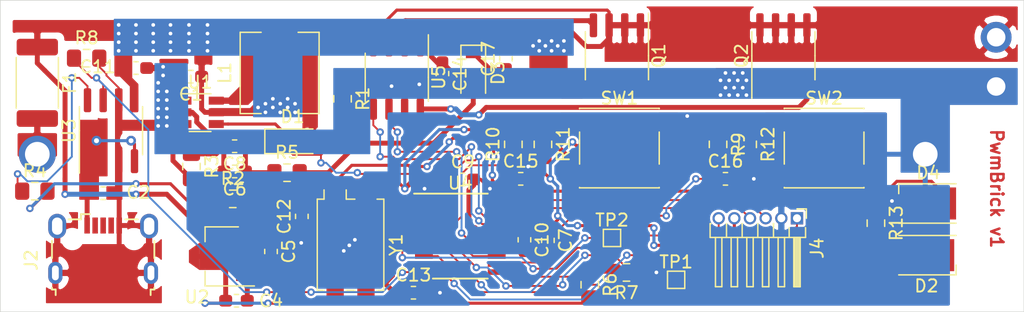
<source format=kicad_pcb>
(kicad_pcb (version 20171130) (host pcbnew 5.1.5)
  (layers (0 F.Cu signal) (31 B.Cu signal hide) (34 B.Paste user hide) (35 F.Paste user hide) (36 B.SilkS user hide) (37 F.SilkS user hide) (38 B.Mask user hide) (39 F.Mask user hide) (44 Edge.Cuts user))
  (net 0 "")
  (net 1 "Net-(C6-Pad1)")
  (net 2 "Net-(C17-Pad1)")
  (net 3 +10V)
  (net 4 +BATT)
  (net 5 -BATT)
  (net 6 /U2.5)
  (net 7 "Net-(R4-Pad1)")
  (net 8 "Net-(R13-Pad2)")
  (net 9 "Net-(C16-Pad1)")
  (net 10 "Net-(C15-Pad1)")
  (net 11 "Net-(D2-Pad1)")
  (net 12 "Net-(D4-Pad2)")
  (net 13 "Net-(Q1-Pad2)")
  (net 14 "Net-(Q2-Pad2)")
  (net 15 "Net-(R2-Pad1)")
  (net 16 "Net-(R12-Pad1)")
  (net 17 "Net-(R10-Pad2)")
  (net 18 "Net-(J2-Pad4)")
  (net 19 "Net-(J2-Pad3)")
  (net 20 "Net-(J2-Pad2)")
  (net 21 /USB+)
  (net 22 "Net-(U4-Pad17)")
  (net 23 "Net-(U4-Pad14)")
  (net 24 /OSC+)
  (net 25 /OSC-)
  (net 26 /BOOST-SW)
  (net 27 /MOT-SW)
  (net 28 /ENABLE_BOOST)
  (net 29 "Net-(F1-Pad2)")
  (net 30 /VBAT_ADC)
  (net 31 /CHG_EN)
  (net 32 "Net-(TP1-Pad1)")
  (net 33 "Net-(TP2-Pad1)")
  (net 34 /NRST)
  (net 35 /SWIO)
  (net 36 /SWCLK-USART1_TX)
  (net 37 /USART1_RX)
  (module Package_TO_SOT_SMD:TSOT-23-6 (layer F.Cu) (at 51.2 23.6)
    (fp_text reference U1 (at 0 -2.45) (layer F.SilkS))
    (fp_text value MAX5026 hide)
    (pad 6 smd rect (at 1.31 -0.95) (size 1.22 0.65) (layers F.Cu F.Paste F.Mask) (net 26 /BOOST-SW))
    (pad 5 smd rect (at 1.31 0) (size 1.22 0.65) (layers F.Cu F.Paste F.Mask) (net 4 +BATT))
    (pad 4 smd rect (at 1.31 0.95) (size 1.22 0.65) (layers F.Cu F.Paste F.Mask) (net 28 /ENABLE_BOOST))
    (pad 3 smd rect (at -1.31 0.95) (size 1.22 0.65) (layers F.Cu F.Paste F.Mask) (net 15 "Net-(R2-Pad1)"))
    (pad 2 smd rect (at -1.31 0) (size 1.22 0.65) (layers F.Cu F.Paste F.Mask) (net 5 -BATT))
    (pad 1 smd rect (at -1.31 -0.95) (size 1.22 0.65) (layers F.Cu F.Paste F.Mask) (net 5 -BATT))
  )
  (module PwmBrick:SOIC-8-SI4114DY-GE3 (layer F.Cu) (at 98.5 19 90)
    (fp_text reference Q2 (at 0 -3.4 90) (layer F.SilkS))
    (fp_text value Q_NMOS_DGS hide)
    (pad 1 smd roundrect (at 2.475 -1.905 90) (size 1.95 0.6) (layers F.Cu F.Paste F.Mask) (net 27 /MOT-SW))
    (pad 1 smd roundrect (at 2.475 -0.635 90) (size 1.95 0.6) (layers F.Cu F.Paste F.Mask) (net 27 /MOT-SW))
    (pad 1 smd roundrect (at 2.475 0.635 90) (size 1.95 0.6) (layers F.Cu F.Paste F.Mask) (net 27 /MOT-SW))
    (pad 1 smd roundrect (at 2.475 1.905 90) (size 1.95 0.6) (layers F.Cu F.Paste F.Mask) (net 27 /MOT-SW))
    (pad 2 smd roundrect (at -2.475 1.905 90) (size 1.95 0.6) (layers F.Cu F.Paste F.Mask) (net 14 "Net-(Q2-Pad2)"))
    (pad 3 smd roundrect (at -2.475 0.635 90) (size 1.95 0.6) (layers F.Cu F.Paste F.Mask) (net 5 -BATT))
    (pad 3 smd roundrect (at -2.475 -0.635 90) (size 1.95 0.6) (layers F.Cu F.Paste F.Mask) (net 5 -BATT))
    (pad 3 smd roundrect (at -2.475 -1.905 90) (size 1.95 0.6) (layers F.Cu F.Paste F.Mask) (net 5 -BATT))
  )
  (module PwmBrick:SOIC-8-SI4114DY-GE3 (layer F.Cu) (at 85 19 270)
    (fp_text reference Q1 (at 0 -3.4 90) (layer F.SilkS))
    (fp_text value Q_NMOS_DGS hide)
    (pad 1 smd roundrect (at 2.475 -1.905 270) (size 1.95 0.6) (layers F.Cu F.Paste F.Mask) (net 4 +BATT))
    (pad 1 smd roundrect (at 2.475 -0.635 270) (size 1.95 0.6) (layers F.Cu F.Paste F.Mask) (net 4 +BATT))
    (pad 1 smd roundrect (at 2.475 0.635 270) (size 1.95 0.6) (layers F.Cu F.Paste F.Mask) (net 4 +BATT))
    (pad 1 smd roundrect (at 2.475 1.905 270) (size 1.95 0.6) (layers F.Cu F.Paste F.Mask) (net 4 +BATT))
    (pad 2 smd roundrect (at -2.475 1.905 270) (size 1.95 0.6) (layers F.Cu F.Paste F.Mask) (net 13 "Net-(Q1-Pad2)"))
    (pad 3 smd roundrect (at -2.475 0.635 270) (size 1.95 0.6) (layers F.Cu F.Paste F.Mask) (net 27 /MOT-SW))
    (pad 3 smd roundrect (at -2.475 -0.635 270) (size 1.95 0.6) (layers F.Cu F.Paste F.Mask) (net 27 /MOT-SW))
    (pad 3 smd roundrect (at -2.475 -1.905 270) (size 1.95 0.6) (layers F.Cu F.Paste F.Mask) (net 27 /MOT-SW))
  )
  (module PwmBrick:Motor_Connector (layer F.Cu) (at 115.75 19.5 270)
    (fp_text reference J3 (at 0 -3 90) (layer F.SilkS))
    (fp_text value Conn_01x02 hide)
    (pad 2 thru_hole circle (at 2 0 270) (size 2.5 2.5) (drill 1.5) (layers *.Cu *.Mask) (net 5 -BATT))
    (pad 1 thru_hole circle (at -2 0 270) (size 2.5 2.5) (drill 1.5) (layers *.Cu *.Mask) (net 27 /MOT-SW))
  )
  (module PwmBrick:battery_holder_18650 (layer F.Cu) (at 35.5 37.25)
    (fp_text reference J1 (at 42 -24) (layer F.SilkS))
    (fp_text value Conn_01x02 hide)
    (pad 2 thru_hole circle (at 74.5 -10.25) (size 3 3) (drill 2) (layers *.Cu *.Mask) (net 5 -BATT))
    (pad 1 thru_hole circle (at 2.5 -10.25) (size 3 3) (drill 2) (layers *.Cu *.Mask) (net 29 "Net-(F1-Pad2)"))
  )
  (module Resistor_SMD:R_0805_2012Metric_Pad1.15x1.40mm_HandSolder (layer F.Cu) (at 37.8 30)
    (fp_text reference R4 (at 0 -1.65) (layer F.SilkS))
    (fp_text value 270R hide)
    (pad 2 smd roundrect (at 1.025 0) (size 1.15 1.4) (layers F.Cu F.Paste F.Mask) (roundrect_rratio 0.217391) (net 11 "Net-(D2-Pad1)"))
    (pad 1 smd roundrect (at -1.025 0) (size 1.15 1.4) (layers F.Cu F.Paste F.Mask) (roundrect_rratio 0.217391) (net 7 "Net-(R4-Pad1)"))
  )
  (module TestPoint:TestPoint_Pad_1.0x1.0mm (layer F.Cu) (at 84.6 33.8)
    (fp_text reference TP2 (at 0 -1.448) (layer F.SilkS))
    (fp_text value TestPoint hide)
    (pad 1 smd rect (at 0 0) (size 1 1) (layers F.Cu F.Mask) (net 33 "Net-(TP2-Pad1)"))
  )
  (module TestPoint:TestPoint_Pad_1.0x1.0mm (layer F.Cu) (at 89.8 37.2)
    (fp_text reference TP1 (at 0 -1.448) (layer F.SilkS))
    (fp_text value TestPoint hide)
    (pad 1 smd rect (at 0 0) (size 1 1) (layers F.Cu F.Mask) (net 32 "Net-(TP1-Pad1)"))
  )
  (module Resistor_SMD:R_0805_2012Metric_Pad1.15x1.40mm_HandSolder (layer F.Cu) (at 42 19.2)
    (fp_text reference R8 (at 0 -1.65) (layer F.SilkS))
    (fp_text value 10k hide)
    (pad 2 smd roundrect (at 1.025 0) (size 1.15 1.4) (layers F.Cu F.Paste F.Mask) (roundrect_rratio 0.217391) (net 5 -BATT))
    (pad 1 smd roundrect (at -1.025 0) (size 1.15 1.4) (layers F.Cu F.Paste F.Mask) (roundrect_rratio 0.217391) (net 31 /CHG_EN))
  )
  (module Resistor_SMD:R_0805_2012Metric_Pad1.15x1.40mm_HandSolder (layer F.Cu) (at 85.775 36.6 180)
    (fp_text reference R7 (at 0 -1.65) (layer F.SilkS))
    (fp_text value 39k hide)
    (pad 2 smd roundrect (at 1.025 0 180) (size 1.15 1.4) (layers F.Cu F.Paste F.Mask) (roundrect_rratio 0.217391) (net 30 /VBAT_ADC))
    (pad 1 smd roundrect (at -1.025 0 180) (size 1.15 1.4) (layers F.Cu F.Paste F.Mask) (roundrect_rratio 0.217391) (net 5 -BATT))
  )
  (module Resistor_SMD:R_0805_2012Metric_Pad1.15x1.40mm_HandSolder (layer F.Cu) (at 82.8 37.6 270)
    (fp_text reference R6 (at 0 -1.65 90) (layer F.SilkS))
    (fp_text value 39k hide)
    (pad 2 smd roundrect (at 1.025 0 270) (size 1.15 1.4) (layers F.Cu F.Paste F.Mask) (roundrect_rratio 0.217391) (net 4 +BATT))
    (pad 1 smd roundrect (at -1.025 0 270) (size 1.15 1.4) (layers F.Cu F.Paste F.Mask) (roundrect_rratio 0.217391) (net 30 /VBAT_ADC))
  )
  (module Connector_PinHeader_1.27mm:PinHeader_1x06_P1.27mm_Horizontal (layer F.Cu) (at 99.6 32.2 270)
    (fp_text reference J4 (at 2.4325 -1.635 90) (layer F.SilkS))
    (fp_text value Conn_01x06_Male hide)
    (pad 6 thru_hole oval (at 0 6.35 270) (size 1 1) (drill 0.65) (layers *.Cu *.Mask) (net 34 /NRST))
    (pad 5 thru_hole oval (at 0 5.08 270) (size 1 1) (drill 0.65) (layers *.Cu *.Mask) (net 6 /U2.5))
    (pad 4 thru_hole oval (at 0 3.81 270) (size 1 1) (drill 0.65) (layers *.Cu *.Mask) (net 35 /SWIO))
    (pad 3 thru_hole oval (at 0 2.54 270) (size 1 1) (drill 0.65) (layers *.Cu *.Mask) (net 36 /SWCLK-USART1_TX))
    (pad 2 thru_hole oval (at 0 1.27 270) (size 1 1) (drill 0.65) (layers *.Cu *.Mask) (net 5 -BATT))
    (pad 1 thru_hole rect (at 0 0 270) (size 1 1) (drill 0.65) (layers *.Cu *.Mask) (net 37 /USART1_RX))
  )
  (module Fuse:Fuse_2512_6332Metric (layer F.Cu) (at 38 21.2 270)
    (fp_text reference F1 (at 0 -2.62 90) (layer F.SilkS))
    (fp_text value Fuse hide)
    (pad 2 smd roundrect (at 2.9 0 270) (size 1.35 3.35) (layers F.Cu F.Paste F.Mask) (roundrect_rratio 0.185185) (net 29 "Net-(F1-Pad2)"))
    (pad 1 smd roundrect (at -2.9 0 270) (size 1.35 3.35) (layers F.Cu F.Paste F.Mask) (roundrect_rratio 0.185185) (net 4 +BATT))
  )
  (module Resistor_SMD:R_0805_2012Metric_Pad1.15x1.40mm_HandSolder (layer F.Cu) (at 93.2 26.2 270)
    (fp_text reference R9 (at 0 -1.65 90) (layer F.SilkS))
    (fp_text value 56k hide)
    (pad 2 smd roundrect (at 1.025 0 270) (size 1.15 1.4) (layers F.Cu F.Paste F.Mask) (roundrect_rratio 0.217391) (net 9 "Net-(C16-Pad1)"))
    (pad 1 smd roundrect (at -1.025 0 270) (size 1.15 1.4) (layers F.Cu F.Paste F.Mask) (roundrect_rratio 0.217391) (net 16 "Net-(R12-Pad1)"))
  )
  (module Resistor_SMD:R_0805_2012Metric_Pad1.15x1.40mm_HandSolder (layer F.Cu) (at 76.6 26.2 90)
    (fp_text reference R10 (at 0 -1.65 90) (layer F.SilkS))
    (fp_text value 56k hide)
    (pad 2 smd roundrect (at 1.025 0 90) (size 1.15 1.4) (layers F.Cu F.Paste F.Mask) (roundrect_rratio 0.217391) (net 17 "Net-(R10-Pad2)"))
    (pad 1 smd roundrect (at -1.025 0 90) (size 1.15 1.4) (layers F.Cu F.Paste F.Mask) (roundrect_rratio 0.217391) (net 10 "Net-(C15-Pad1)"))
  )
  (module Capacitor_SMD:C_0603_1608Metric_Pad1.05x0.95mm_HandSolder (layer F.Cu) (at 77.2 29)
    (fp_text reference C15 (at 0 -1.43) (layer F.SilkS))
    (fp_text value 100n hide)
    (pad 2 smd roundrect (at 0.875 0) (size 1.05 0.95) (layers F.Cu F.Paste F.Mask) (net 5 -BATT))
    (pad 1 smd roundrect (at -0.875 0) (size 1.05 0.95) (layers F.Cu F.Paste F.Mask) (net 10 "Net-(C15-Pad1)"))
  )
  (module Package_SO:SO-8_3.9x4.9mm_P1.27mm (layer F.Cu) (at 67.15 20.75 270)
    (fp_text reference U5 (at 0 -3.4 90) (layer F.SilkS))
    (fp_text value IR2011 hide)
    (pad 8 smd roundrect (at 2.575 -1.905 270) (size 1.75 0.6) (layers F.Cu F.Paste F.Mask) (net 14 "Net-(Q2-Pad2)"))
    (pad 7 smd roundrect (at 2.575 -0.635 270) (size 1.75 0.6) (layers F.Cu F.Paste F.Mask) (net 5 -BATT))
    (pad 6 smd roundrect (at 2.575 0.635 270) (size 1.75 0.6) (layers F.Cu F.Paste F.Mask) (net 23 "Net-(U4-Pad14)"))
    (pad 5 smd roundrect (at 2.575 1.905 270) (size 1.75 0.6) (layers F.Cu F.Paste F.Mask) (net 22 "Net-(U4-Pad17)"))
    (pad 4 smd roundrect (at -2.575 1.905 270) (size 1.75 0.6) (layers F.Cu F.Paste F.Mask) (net 27 /MOT-SW))
    (pad 3 smd roundrect (at -2.575 0.635 270) (size 1.75 0.6) (layers F.Cu F.Paste F.Mask) (net 13 "Net-(Q1-Pad2)"))
    (pad 2 smd roundrect (at -2.575 -0.635 270) (size 1.75 0.6) (layers F.Cu F.Paste F.Mask) (net 2 "Net-(C17-Pad1)"))
    (pad 1 smd roundrect (at -2.575 -1.905 270) (size 1.75 0.6) (layers F.Cu F.Paste F.Mask) (net 3 +10V))
  )
  (module Capacitor_SMD:C_0603_1608Metric_Pad1.05x0.95mm_HandSolder (layer F.Cu) (at 70.85 20.45 270)
    (fp_text reference C14 (at 0 -1.43 90) (layer F.SilkS))
    (fp_text value 1u hide)
    (pad 2 smd roundrect (at 0.875 0 270) (size 1.05 0.95) (layers F.Cu F.Paste F.Mask) (net 5 -BATT))
    (pad 1 smd roundrect (at -0.875 0 270) (size 1.05 0.95) (layers F.Cu F.Paste F.Mask) (net 3 +10V))
  )
  (module Capacitor_SMD:C_0603_1608Metric_Pad1.05x0.95mm_HandSolder (layer F.Cu) (at 93.8 29)
    (fp_text reference C16 (at 0 -1.43) (layer F.SilkS))
    (fp_text value 100n hide)
    (pad 2 smd roundrect (at 0.875 0) (size 1.05 0.95) (layers F.Cu F.Paste F.Mask) (net 5 -BATT))
    (pad 1 smd roundrect (at -0.875 0) (size 1.05 0.95) (layers F.Cu F.Paste F.Mask) (net 9 "Net-(C16-Pad1)"))
  )
  (module Capacitor_SMD:C_0603_1608Metric_Pad1.05x0.95mm_HandSolder (layer F.Cu) (at 72.5 29.05)
    (fp_text reference C9 (at 0 -1.43) (layer F.SilkS))
    (fp_text value 100n hide)
    (pad 2 smd roundrect (at 0.875 0) (size 1.05 0.95) (layers F.Cu F.Paste F.Mask) (net 5 -BATT))
    (pad 1 smd roundrect (at -0.875 0) (size 1.05 0.95) (layers F.Cu F.Paste F.Mask) (net 6 /U2.5))
  )
  (module Package_SO:TSSOP-20_4.4x6.5mm_P0.65mm (layer F.Cu) (at 72.3 33.65)
    (fp_text reference U4 (at 0 -4.3) (layer F.SilkS))
    (fp_text value STM32F030F4Px hide)
    (pad 20 smd rect (at 2.95 -2.925) (size 1.45 0.45) (layers F.Cu F.Paste F.Mask) (net 36 /SWCLK-USART1_TX))
    (pad 19 smd rect (at 2.95 -2.275) (size 1.45 0.45) (layers F.Cu F.Paste F.Mask) (net 35 /SWIO))
    (pad 18 smd rect (at 2.95 -1.625) (size 1.45 0.45) (layers F.Cu F.Paste F.Mask) (net 28 /ENABLE_BOOST))
    (pad 17 smd rect (at 2.95 -0.975) (size 1.45 0.45) (layers F.Cu F.Paste F.Mask) (net 22 "Net-(U4-Pad17)"))
    (pad 16 smd rect (at 2.95 -0.325) (size 1.45 0.45) (layers F.Cu F.Paste F.Mask) (net 6 /U2.5))
    (pad 15 smd rect (at 2.95 0.325) (size 1.45 0.45) (layers F.Cu F.Paste F.Mask) (net 5 -BATT))
    (pad 14 smd rect (at 2.95 0.975) (size 1.45 0.45) (layers F.Cu F.Paste F.Mask) (net 23 "Net-(U4-Pad14)"))
    (pad 13 smd rect (at 2.95 1.625) (size 1.45 0.45) (layers F.Cu F.Paste F.Mask) (net 10 "Net-(C15-Pad1)"))
    (pad 12 smd rect (at 2.95 2.275) (size 1.45 0.45) (layers F.Cu F.Paste F.Mask) (net 9 "Net-(C16-Pad1)"))
    (pad 11 smd rect (at 2.95 2.925) (size 1.45 0.45) (layers F.Cu F.Paste F.Mask) (net 30 /VBAT_ADC))
    (pad 10 smd rect (at -2.95 2.925) (size 1.45 0.45) (layers F.Cu F.Paste F.Mask) (net 31 /CHG_EN))
    (pad 9 smd rect (at -2.95 2.275) (size 1.45 0.45) (layers F.Cu F.Paste F.Mask) (net 37 /USART1_RX))
    (pad 8 smd rect (at -2.95 1.625) (size 1.45 0.45) (layers F.Cu F.Paste F.Mask) (net 8 "Net-(R13-Pad2)"))
    (pad 7 smd rect (at -2.95 0.975) (size 1.45 0.45) (layers F.Cu F.Paste F.Mask) (net 33 "Net-(TP2-Pad1)"))
    (pad 6 smd rect (at -2.95 0.325) (size 1.45 0.45) (layers F.Cu F.Paste F.Mask) (net 32 "Net-(TP1-Pad1)"))
    (pad 5 smd rect (at -2.95 -0.325) (size 1.45 0.45) (layers F.Cu F.Paste F.Mask) (net 6 /U2.5))
    (pad 4 smd rect (at -2.95 -0.975) (size 1.45 0.45) (layers F.Cu F.Paste F.Mask) (net 34 /NRST))
    (pad 3 smd rect (at -2.95 -1.625) (size 1.45 0.45) (layers F.Cu F.Paste F.Mask) (net 25 /OSC-))
    (pad 2 smd rect (at -2.95 -2.275) (size 1.45 0.45) (layers F.Cu F.Paste F.Mask) (net 24 /OSC+))
    (pad 1 smd rect (at -2.95 -2.925) (size 1.45 0.45) (layers F.Cu F.Paste F.Mask) (net 5 -BATT))
  )
  (module Capacitor_SMD:C_0603_1608Metric_Pad1.05x0.95mm_HandSolder (layer F.Cu) (at 77.5 33.95 270)
    (fp_text reference C10 (at 0 -1.43 90) (layer F.SilkS))
    (fp_text value 100n hide)
    (pad 2 smd roundrect (at 0.875 0 270) (size 1.05 0.95) (layers F.Cu F.Paste F.Mask) (net 5 -BATT))
    (pad 1 smd roundrect (at -0.875 0 270) (size 1.05 0.95) (layers F.Cu F.Paste F.Mask) (net 6 /U2.5))
  )
  (module Capacitor_SMD:C_0603_1608Metric_Pad1.05x0.95mm_HandSolder (layer F.Cu) (at 79.4 34 270)
    (fp_text reference C7 (at 0 -1.43 90) (layer F.SilkS))
    (fp_text value 4u7 hide)
    (pad 2 smd roundrect (at 0.875 0 270) (size 1.05 0.95) (layers F.Cu F.Paste F.Mask) (net 5 -BATT))
    (pad 1 smd roundrect (at -0.875 0 270) (size 1.05 0.95) (layers F.Cu F.Paste F.Mask) (net 6 /U2.5))
  )
  (module Capacitor_SMD:C_0603_1608Metric_Pad1.05x0.95mm_HandSolder (layer F.Cu) (at 59.45 32.05 90)
    (fp_text reference C12 (at 0 -1.43 90) (layer F.SilkS))
    (fp_text value 4p hide)
    (pad 2 smd roundrect (at 0.875 0 90) (size 1.05 0.95) (layers F.Cu F.Paste F.Mask) (net 24 /OSC+))
    (pad 1 smd roundrect (at -0.875 0 90) (size 1.05 0.95) (layers F.Cu F.Paste F.Mask) (net 5 -BATT))
  )
  (module Capacitor_SMD:C_0603_1608Metric_Pad1.05x0.95mm_HandSolder (layer F.Cu) (at 68.5 38.25)
    (fp_text reference C13 (at 0 -1.43) (layer F.SilkS))
    (fp_text value 4p hide)
    (pad 1 smd roundrect (at -0.875 0) (size 1.05 0.95) (layers F.Cu F.Paste F.Mask) (net 25 /OSC-))
    (pad 2 smd roundrect (at 0.875 0) (size 1.05 0.95) (layers F.Cu F.Paste F.Mask) (net 5 -BATT))
  )
  (module Crystal:Crystal_SMD_EuroQuartz_MQ-4Pin_7.0x5.0mm (layer F.Cu) (at 63.4 34.35 270)
    (fp_text reference Y1 (at 0 -3.7 90) (layer F.SilkS))
    (fp_text value Crystal_GND24 hide)
    (pad 4 smd rect (at -3.15 -1.25 270) (size 2.2 1.4) (layers F.Cu F.Paste F.Mask) (net 5 -BATT))
    (pad 3 smd rect (at 3.15 -1.25 270) (size 2.2 1.4) (layers F.Cu F.Paste F.Mask) (net 25 /OSC-))
    (pad 2 smd rect (at 3.15 1.25 270) (size 2.2 1.4) (layers F.Cu F.Paste F.Mask) (net 5 -BATT))
    (pad 1 smd rect (at -3.15 1.25 270) (size 2.2 1.4) (layers F.Cu F.Paste F.Mask) (net 24 /OSC+))
  )
  (module Resistor_SMD:R_0805_2012Metric_Pad1.15x1.40mm_HandSolder (layer F.Cu) (at 50.5 28 270)
    (fp_text reference R3 (at 0 -1.65 90) (layer F.SilkS))
    (fp_text value 47k hide)
    (pad 2 smd roundrect (at 1.025 0 270) (size 1.15 1.4) (layers F.Cu F.Paste F.Mask) (roundrect_rratio 0.217391) (net 15 "Net-(R2-Pad1)"))
    (pad 1 smd roundrect (at -1.025 0 270) (size 1.15 1.4) (layers F.Cu F.Paste F.Mask) (roundrect_rratio 0.217391) (net 5 -BATT))
  )
  (module Resistor_SMD:R_0805_2012Metric_Pad1.15x1.40mm_HandSolder (layer F.Cu) (at 53.85 30.625)
    (fp_text reference R2 (at 0 -1.65) (layer F.SilkS))
    (fp_text value 330k hide)
    (pad 2 smd roundrect (at 1.025 0) (size 1.15 1.4) (layers F.Cu F.Paste F.Mask) (roundrect_rratio 0.217391) (net 1 "Net-(C6-Pad1)"))
    (pad 1 smd roundrect (at -1.025 0) (size 1.15 1.4) (layers F.Cu F.Paste F.Mask) (roundrect_rratio 0.217391) (net 15 "Net-(R2-Pad1)"))
  )
  (module Button_Switch_SMD:SW_Push_1P1T_NO_6x6mm_H9.5mm (layer F.Cu) (at 101.8 26.5)
    (fp_text reference SW2 (at 0 -4.05) (layer F.SilkS))
    (fp_text value SW_Push hide)
    (pad 2 smd rect (at 3.975 2.25) (size 1.55 1.3) (layers F.Cu F.Paste F.Mask) (net 16 "Net-(R12-Pad1)"))
    (pad 1 smd rect (at 3.975 -2.25) (size 1.55 1.3) (layers F.Cu F.Paste F.Mask) (net 5 -BATT))
    (pad 1 smd rect (at -3.975 -2.25) (size 1.55 1.3) (layers F.Cu F.Paste F.Mask) (net 5 -BATT))
    (pad 2 smd rect (at -3.975 2.25) (size 1.55 1.3) (layers F.Cu F.Paste F.Mask) (net 16 "Net-(R12-Pad1)"))
  )
  (module Button_Switch_SMD:SW_Push_1P1T_NO_6x6mm_H9.5mm (layer F.Cu) (at 85.2 26.5)
    (fp_text reference SW1 (at 0 -4.05) (layer F.SilkS))
    (fp_text value SW_Push hide)
    (pad 2 smd rect (at 3.975 2.25) (size 1.55 1.3) (layers F.Cu F.Paste F.Mask) (net 17 "Net-(R10-Pad2)"))
    (pad 1 smd rect (at 3.975 -2.25) (size 1.55 1.3) (layers F.Cu F.Paste F.Mask) (net 5 -BATT))
    (pad 1 smd rect (at -3.975 -2.25) (size 1.55 1.3) (layers F.Cu F.Paste F.Mask) (net 5 -BATT))
    (pad 2 smd rect (at -3.975 2.25) (size 1.55 1.3) (layers F.Cu F.Paste F.Mask) (net 17 "Net-(R10-Pad2)"))
  )
  (module Connector_USB:USB_Micro-B_Wuerth_629105150521 (layer F.Cu) (at 43.34 34.69)
    (fp_text reference J2 (at -5.84 0.91 -90) (layer F.SilkS))
    (fp_text value USB_B_Micro hide)
    (pad "" np_thru_hole oval (at 2.5 -0.8) (size 0.8 0.8) (drill 0.8) (layers *.Cu *.Mask))
    (pad "" np_thru_hole oval (at -2.5 -0.8) (size 0.8 0.8) (drill 0.8) (layers *.Cu *.Mask))
    (pad 6 thru_hole oval (at 3.875 1.95) (size 1.15 1.8) (drill oval 0.55 1.2) (layers *.Cu *.Mask) (net 5 -BATT))
    (pad 6 thru_hole oval (at -3.875 1.95) (size 1.15 1.8) (drill oval 0.55 1.2) (layers *.Cu *.Mask) (net 5 -BATT))
    (pad 6 thru_hole oval (at 3.725 -1.85) (size 1.45 2) (drill oval 0.85 1.4) (layers *.Cu *.Mask) (net 5 -BATT))
    (pad 6 thru_hole oval (at -3.725 -1.85) (size 1.45 2) (drill oval 0.85 1.4) (layers *.Cu *.Mask) (net 5 -BATT))
    (pad 5 smd rect (at 1.3 -1.9) (size 0.45 1.3) (layers F.Cu F.Paste F.Mask) (net 5 -BATT))
    (pad 4 smd rect (at 0.65 -1.9) (size 0.45 1.3) (layers F.Cu F.Paste F.Mask) (net 18 "Net-(J2-Pad4)"))
    (pad 3 smd rect (at 0 -1.9) (size 0.45 1.3) (layers F.Cu F.Paste F.Mask) (net 19 "Net-(J2-Pad3)"))
    (pad 2 smd rect (at -0.65 -1.9) (size 0.45 1.3) (layers F.Cu F.Paste F.Mask) (net 20 "Net-(J2-Pad2)"))
    (pad 1 smd rect (at -1.3 -1.9) (size 0.45 1.3) (layers F.Cu F.Paste F.Mask) (net 21 /USB+))
  )
  (module Capacitor_SMD:C_0603_1608Metric_Pad1.05x0.95mm_HandSolder (layer F.Cu) (at 76 19.25 90)
    (fp_text reference C17 (at 0 -1.43 90) (layer F.SilkS))
    (fp_text value 100n hide)
    (pad 2 smd roundrect (at 0.875 0 90) (size 1.05 0.95) (layers F.Cu F.Paste F.Mask) (net 27 /MOT-SW))
    (pad 1 smd roundrect (at -0.875 0 90) (size 1.05 0.95) (layers F.Cu F.Paste F.Mask) (net 2 "Net-(C17-Pad1)"))
  )
  (module Capacitor_SMD:C_0603_1608Metric_Pad1.05x0.95mm_HandSolder (layer F.Cu) (at 46 20)
    (fp_text reference C11 (at -3.1 -0.1) (layer F.SilkS))
    (fp_text value 4u7 hide)
    (pad 2 smd roundrect (at 0.875 0) (size 1.05 0.95) (layers F.Cu F.Paste F.Mask) (net 5 -BATT))
    (pad 1 smd roundrect (at -0.875 0) (size 1.05 0.95) (layers F.Cu F.Paste F.Mask) (net 4 +BATT))
  )
  (module Capacitor_SMD:C_0603_1608Metric_Pad1.05x0.95mm_HandSolder (layer F.Cu) (at 54 26.35 180)
    (fp_text reference C8 (at 0 -1.43) (layer F.SilkS))
    (fp_text value 1u hide)
    (pad 2 smd roundrect (at 0.875 0 180) (size 1.05 0.95) (layers F.Cu F.Paste F.Mask) (net 5 -BATT))
    (pad 1 smd roundrect (at -0.875 0 180) (size 1.05 0.95) (layers F.Cu F.Paste F.Mask) (net 1 "Net-(C6-Pad1)"))
  )
  (module Capacitor_SMD:C_0603_1608Metric_Pad1.05x0.95mm_HandSolder (layer F.Cu) (at 54 28.4 180)
    (fp_text reference C6 (at 0 -1.43) (layer F.SilkS))
    (fp_text value 1u hide)
    (pad 2 smd roundrect (at 0.875 0 180) (size 1.05 0.95) (layers F.Cu F.Paste F.Mask) (net 5 -BATT))
    (pad 1 smd roundrect (at -0.875 0 180) (size 1.05 0.95) (layers F.Cu F.Paste F.Mask) (net 1 "Net-(C6-Pad1)"))
  )
  (module Capacitor_SMD:C_0603_1608Metric_Pad1.05x0.95mm_HandSolder (layer F.Cu) (at 56.95 34.9 270)
    (fp_text reference C5 (at 0 -1.43 90) (layer F.SilkS))
    (fp_text value 1u hide)
    (pad 2 smd roundrect (at 0.875 0 270) (size 1.05 0.95) (layers F.Cu F.Paste F.Mask) (net 5 -BATT))
    (pad 1 smd roundrect (at -0.875 0 270) (size 1.05 0.95) (layers F.Cu F.Paste F.Mask) (net 6 /U2.5))
  )
  (module Capacitor_SMD:C_0603_1608Metric_Pad1.05x0.95mm_HandSolder (layer F.Cu) (at 54.15 38.9)
    (fp_text reference C4 (at 2.8 0) (layer F.SilkS))
    (fp_text value 1u hide)
    (pad 2 smd roundrect (at 0.875 0) (size 1.05 0.95) (layers F.Cu F.Paste F.Mask) (net 5 -BATT))
    (pad 1 smd roundrect (at -0.875 0) (size 1.05 0.95) (layers F.Cu F.Paste F.Mask) (net 4 +BATT))
  )
  (module Capacitor_SMD:C_0603_1608Metric_Pad1.05x0.95mm_HandSolder (layer F.Cu) (at 43.34 30.17)
    (fp_text reference C2 (at 2.86 -0.07) (layer F.SilkS))
    (fp_text value 4u7 hide)
    (pad 2 smd roundrect (at 0.875 0) (size 1.05 0.95) (layers F.Cu F.Paste F.Mask) (net 5 -BATT))
    (pad 1 smd roundrect (at -0.875 0) (size 1.05 0.95) (layers F.Cu F.Paste F.Mask) (net 21 /USB+))
  )
  (module Capacitor_SMD:C_0603_1608Metric_Pad1.05x0.95mm_HandSolder (layer F.Cu) (at 50.45 20.7 180)
    (fp_text reference C1 (at 0 -1.43) (layer F.SilkS))
    (fp_text value 4u7 hide)
    (pad 2 smd roundrect (at 0.875 0 180) (size 1.05 0.95) (layers F.Cu F.Paste F.Mask) (net 5 -BATT))
    (pad 1 smd roundrect (at -0.875 0 180) (size 1.05 0.95) (layers F.Cu F.Paste F.Mask) (net 4 +BATT))
  )
  (module Resistor_SMD:R_0805_2012Metric_Pad1.15x1.40mm_HandSolder (layer F.Cu) (at 106 32.6 270)
    (fp_text reference R13 (at 0 -1.65 90) (layer F.SilkS))
    (fp_text value 270R hide)
    (pad 2 smd roundrect (at 1.025 0 270) (size 1.15 1.4) (layers F.Cu F.Paste F.Mask) (roundrect_rratio 0.217391) (net 8 "Net-(R13-Pad2)"))
    (pad 1 smd roundrect (at -1.025 0 270) (size 1.15 1.4) (layers F.Cu F.Paste F.Mask) (roundrect_rratio 0.217391) (net 12 "Net-(D4-Pad2)"))
  )
  (module Resistor_SMD:R_0805_2012Metric_Pad1.15x1.40mm_HandSolder (layer F.Cu) (at 95.6 26.2 270)
    (fp_text reference R12 (at 0 -1.65 90) (layer F.SilkS))
    (fp_text value 10k hide)
    (pad 2 smd roundrect (at 1.025 0 270) (size 1.15 1.4) (layers F.Cu F.Paste F.Mask) (roundrect_rratio 0.217391) (net 6 /U2.5))
    (pad 1 smd roundrect (at -1.025 0 270) (size 1.15 1.4) (layers F.Cu F.Paste F.Mask) (roundrect_rratio 0.217391) (net 16 "Net-(R12-Pad1)"))
  )
  (module Resistor_SMD:R_0805_2012Metric_Pad1.15x1.40mm_HandSolder (layer F.Cu) (at 79 26.2 270)
    (fp_text reference R11 (at 0 -1.65 90) (layer F.SilkS))
    (fp_text value 10k hide)
    (pad 2 smd roundrect (at 1.025 0 270) (size 1.15 1.4) (layers F.Cu F.Paste F.Mask) (roundrect_rratio 0.217391) (net 6 /U2.5))
    (pad 1 smd roundrect (at -1.025 0 270) (size 1.15 1.4) (layers F.Cu F.Paste F.Mask) (roundrect_rratio 0.217391) (net 17 "Net-(R10-Pad2)"))
  )
  (module Resistor_SMD:R_0805_2012Metric_Pad1.15x1.40mm_HandSolder (layer F.Cu) (at 58.25 28.5)
    (fp_text reference R5 (at 0 -1.65) (layer F.SilkS))
    (fp_text value 0R hide)
    (pad 2 smd roundrect (at 1.025 0) (size 1.15 1.4) (layers F.Cu F.Paste F.Mask) (roundrect_rratio 0.217391) (net 3 +10V))
    (pad 1 smd roundrect (at -1.025 0) (size 1.15 1.4) (layers F.Cu F.Paste F.Mask) (roundrect_rratio 0.217391) (net 1 "Net-(C6-Pad1)"))
  )
  (module Resistor_SMD:R_0805_2012Metric_Pad1.15x1.40mm_HandSolder (layer F.Cu) (at 62.75 22.5 270)
    (fp_text reference R1 (at 0 -1.65 90) (layer F.SilkS))
    (fp_text value 47k hide)
    (pad 2 smd roundrect (at 1.025 0 270) (size 1.15 1.4) (layers F.Cu F.Paste F.Mask) (roundrect_rratio 0.217391) (net 28 /ENABLE_BOOST))
    (pad 1 smd roundrect (at -1.025 0 270) (size 1.15 1.4) (layers F.Cu F.Paste F.Mask) (roundrect_rratio 0.217391) (net 5 -BATT))
  )
  (module Inductor_SMD:L_6.3x6.3_H3 (layer F.Cu) (at 57.65 20.4 90)
    (fp_text reference L1 (at 0 -4.45 90) (layer F.SilkS))
    (fp_text value 10u hide)
    (pad 2 smd rect (at 2.75 0 90) (size 1.5 2.4) (layers F.Cu F.Paste F.Mask) (net 26 /BOOST-SW))
    (pad 1 smd rect (at -2.75 0 90) (size 1.5 2.4) (layers F.Cu F.Paste F.Mask) (net 4 +BATT))
  )
  (module LED_SMD:LED_PLCC-2 (layer F.Cu) (at 110.25 31)
    (fp_text reference D4 (at 0 -2.5) (layer F.SilkS))
    (fp_text value LED hide)
    (pad 2 smd rect (at 1.5 0) (size 1.5 2.6) (layers F.Cu F.Paste F.Mask) (net 12 "Net-(D4-Pad2)"))
    (pad 1 smd rect (at -1.5 0) (size 1.5 2.6) (layers F.Cu F.Paste F.Mask) (net 5 -BATT))
  )
  (module LED_SMD:LED_PLCC-2 (layer F.Cu) (at 110.1 35.2 180)
    (fp_text reference D2 (at 0 -2.5) (layer F.SilkS))
    (fp_text value LED hide)
    (pad 2 smd rect (at 1.5 0 180) (size 1.5 2.6) (layers F.Cu F.Paste F.Mask) (net 4 +BATT))
    (pad 1 smd rect (at -1.5 0 180) (size 1.5 2.6) (layers F.Cu F.Paste F.Mask) (net 11 "Net-(D2-Pad1)"))
  )
  (module Diode_SMD:D_SOD-123 (layer F.Cu) (at 58.7 25.95)
    (fp_text reference D1 (at 0 -2) (layer F.SilkS))
    (fp_text value MBR0520LT hide)
    (pad 2 smd rect (at 1.65 0) (size 0.9 1.2) (layers F.Cu F.Paste F.Mask) (net 26 /BOOST-SW))
    (pad 1 smd rect (at -1.65 0) (size 0.9 1.2) (layers F.Cu F.Paste F.Mask) (net 1 "Net-(C6-Pad1)"))
  )
  (module Diode_SMD:D_SOD-123 (layer F.Cu) (at 73.35 20.4 270)
    (fp_text reference D3 (at 0 -2 90) (layer F.SilkS))
    (fp_text value MBR0520LT hide)
    (pad 1 smd rect (at -1.65 0 270) (size 0.9 1.2) (layers F.Cu F.Paste F.Mask) (net 2 "Net-(C17-Pad1)"))
    (pad 2 smd rect (at 1.65 0 270) (size 0.9 1.2) (layers F.Cu F.Paste F.Mask) (net 3 +10V))
  )
  (module Package_TO_SOT_SMD:SOT-89-3 (layer F.Cu) (at 53.3835 35.3 180)
    (fp_text reference U2 (at 2.4335 -3.3) (layer F.SilkS))
    (fp_text value MCP1700-2502E_SOT89 hide)
    (pad 2 smd trapezoid (at 2.667 0 90) (size 1.6 0.85) (rect_delta 0 0.6) (layers F.Cu F.Paste F.Mask) (net 4 +BATT))
    (pad 1 smd rect (at -1.48 -1.5 90) (size 1 1.5) (layers F.Cu F.Paste F.Mask) (net 5 -BATT))
    (pad 2 smd rect (at -1.3335 0 90) (size 1 1.8) (layers F.Cu F.Paste F.Mask) (net 4 +BATT))
    (pad 3 smd rect (at -1.48 1.5 90) (size 1 1.5) (layers F.Cu F.Paste F.Mask) (net 6 /U2.5))
    (pad 2 smd rect (at 1.3335 0 90) (size 2.2 1.84) (layers F.Cu F.Paste F.Mask) (net 4 +BATT))
    (pad 2 smd trapezoid (at -0.0762 0 270) (size 1.5 1) (rect_delta 0 0.7) (layers F.Cu F.Paste F.Mask) (net 4 +BATT))
  )
  (module Package_SO:SOIC-8_3.9x4.9mm_P1.27mm (layer F.Cu) (at 43.975 25.09 90)
    (fp_text reference U3 (at 0 -3.4 90) (layer F.SilkS))
    (fp_text value MAX1811 hide)
    (pad 1 smd roundrect (at -2.475 -1.905 90) (size 1.95 0.6) (layers F.Cu F.Paste F.Mask) (net 21 /USB+))
    (pad 2 smd roundrect (at -2.475 -0.635 90) (size 1.95 0.6) (layers F.Cu F.Paste F.Mask) (net 21 /USB+))
    (pad 3 smd roundrect (at -2.475 0.635 90) (size 1.95 0.6) (layers F.Cu F.Paste F.Mask) (net 5 -BATT))
    (pad 4 smd roundrect (at -2.475 1.905 90) (size 1.95 0.6) (layers F.Cu F.Paste F.Mask) (net 21 /USB+))
    (pad 5 smd roundrect (at 2.475 1.905 90) (size 1.95 0.6) (layers F.Cu F.Paste F.Mask) (net 4 +BATT))
    (pad 6 smd roundrect (at 2.475 0.635 90) (size 1.95 0.6) (layers F.Cu F.Paste F.Mask) (net 5 -BATT))
    (pad 7 smd roundrect (at 2.475 -0.635 90) (size 1.95 0.6) (layers F.Cu F.Paste F.Mask) (net 31 /CHG_EN))
    (pad 8 smd roundrect (at 2.475 -1.905 90) (size 1.95 0.6) (layers F.Cu F.Paste F.Mask) (net 7 "Net-(R4-Pad1)"))
  )
  (gr_text "PwmBrick v1" (at 115.8 29.8 270) (layer F.Cu) (effects (font (size 1 1) (thickness 0.2))))
  (gr_line (start 35 39.8) (end 35 14.5) (layer Edge.Cuts) (width 0.05))
  (gr_line (start 118 39.8) (end 35 39.8) (layer Edge.Cuts) (width 0.05))
  (gr_line (start 118 14.5) (end 118 39.8) (layer Edge.Cuts) (width 0.05))
  (gr_line (start 35 14.5) (end 118 14.5) (layer Edge.Cuts) (width 0.05))
  (gr_poly (pts (xy 73.45 93.2) (xy 74 93.25) (xy 73.8 93.6) (xy 73.4 93.6) (xy 73.4 93.4)) (layer F.SilkS) (width 0.1))
  (gr_poly (pts (xy 73.45 93.35) (xy 73.7 93) (xy 74 93.4) (xy 73.75 93.7)) (layer F.SilkS) (width 0.1))
  (segment (start 54.875 28.4) (end 54.875 26.35) (width 0.4) (layer F.Cu) (net 1))
  (segment (start 55.275 25.95) (end 54.875 26.35) (width 0.6) (layer F.Cu) (net 1))
  (segment (start 57.05 25.95) (end 55.275 25.95) (width 0.6) (layer F.Cu) (net 1))
  (segment (start 54.875 30.625) (end 54.875 28.4) (width 0.4) (layer F.Cu) (net 1))
  (segment (start 54.975 28.5) (end 54.875 28.4) (width 0.4) (layer F.Cu) (net 1))
  (segment (start 57.225 28.5) (end 54.975 28.5) (width 0.4) (layer F.Cu) (net 1))
  (segment (start 74.725 20.125) (end 73.35 18.75) (width 0.4) (layer F.Cu) (net 2))
  (segment (start 76 20.125) (end 74.725 20.125) (width 0.4) (layer F.Cu) (net 2))
  (segment (start 72.5 18.75) (end 73.35 18.75) (width 0.25) (layer F.Cu) (net 2))
  (segment (start 70.79799 17.04799) (end 72.5 18.75) (width 0.25) (layer F.Cu) (net 2))
  (segment (start 68.40201 17.04799) (end 70.79799 17.04799) (width 0.25) (layer F.Cu) (net 2))
  (segment (start 67.785 18.175) (end 67.785 17.665) (width 0.25) (layer F.Cu) (net 2))
  (segment (start 67.785 17.665) (end 68.40201 17.04799) (width 0.25) (layer F.Cu) (net 2))
  (segment (start 70.455 19.575) (end 69.055 18.175) (width 0.4) (layer F.Cu) (net 3))
  (segment (start 70.85 19.575) (end 70.455 19.575) (width 0.4) (layer F.Cu) (net 3))
  (segment (start 73.325 22.05) (end 70.85 19.575) (width 0.4) (layer F.Cu) (net 3))
  (segment (start 73.35 22.05) (end 73.325 22.05) (width 0.4) (layer F.Cu) (net 3))
  (segment (start 61.6 28.5) (end 59.275 28.5) (width 0.4) (layer F.Cu) (net 3))
  (segment (start 64 26.1) (end 61.6 28.5) (width 0.4) (layer F.Cu) (net 3))
  (segment (start 73.35 22.05) (end 73.35 22.9) (width 0.4) (layer F.Cu) (net 3))
  (segment (start 70.15 26.1) (end 64 26.1) (width 0.4) (layer F.Cu) (net 3))
  (segment (start 73.35 22.9) (end 70.15 26.1) (width 0.4) (layer F.Cu) (net 3))
  (via (at 57.7 23.6) (size 0.6) (drill 0.3) (layers F.Cu B.Cu) (net 4))
  (via (at 58.3 23.2) (size 0.6) (drill 0.3) (layers F.Cu B.Cu) (net 4))
  (via (at 58.9 23.6) (size 0.6) (drill 0.3) (layers F.Cu B.Cu) (net 4))
  (via (at 57.1 23.2) (size 0.6) (drill 0.3) (layers F.Cu B.Cu) (net 4))
  (via (at 56.5 23.6) (size 0.6) (drill 0.3) (layers F.Cu B.Cu) (net 4))
  (via (at 58.9 22.9) (size 0.6) (drill 0.3) (layers F.Cu B.Cu) (net 4))
  (via (at 58.3 22.5) (size 0.6) (drill 0.3) (layers F.Cu B.Cu) (net 4))
  (via (at 57.7 22.9) (size 0.6) (drill 0.3) (layers F.Cu B.Cu) (net 4))
  (via (at 57.1 22.5) (size 0.6) (drill 0.3) (layers F.Cu B.Cu) (net 4))
  (via (at 56.5 22.9) (size 0.6) (drill 0.3) (layers F.Cu B.Cu) (net 4))
  (segment (start 53.275 36.525) (end 52.05 35.3) (width 0.4) (layer F.Cu) (net 4))
  (segment (start 53.275 38.9) (end 53.275 36.525) (width 0.4) (layer F.Cu) (net 4))
  (segment (start 51.6 23.6) (end 52.61 23.6) (width 0.4) (layer F.Cu) (net 4))
  (segment (start 51.325 23.325) (end 51.6 23.6) (width 0.4) (layer F.Cu) (net 4))
  (segment (start 51.325 20.7) (end 51.325 23.325) (width 0.4) (layer F.Cu) (net 4))
  (via (at 51.8 16.5) (size 0.6) (drill 0.3) (layers F.Cu B.Cu) (net 4))
  (via (at 51.8 17.2) (size 0.6) (drill 0.3) (layers F.Cu B.Cu) (net 4))
  (via (at 51.8 17.9) (size 0.6) (drill 0.3) (layers F.Cu B.Cu) (net 4))
  (via (at 51.8 18.6) (size 0.6) (drill 0.3) (layers F.Cu B.Cu) (net 4))
  (via (at 44.6 16.5) (size 0.6) (drill 0.3) (layers F.Cu B.Cu) (net 4))
  (via (at 44.6 17.9) (size 0.6) (drill 0.3) (layers F.Cu B.Cu) (net 4))
  (via (at 44.6 17.2) (size 0.6) (drill 0.3) (layers F.Cu B.Cu) (net 4))
  (via (at 44.6 18.6) (size 0.6) (drill 0.3) (layers F.Cu B.Cu) (net 4))
  (segment (start 52.05 33.8) (end 48.5 30.25) (width 0.4) (layer F.Cu) (net 4))
  (segment (start 52.05 35.3) (end 52.05 33.8) (width 0.4) (layer F.Cu) (net 4))
  (segment (start 48.5 30.25) (end 46 30.25) (width 0.4) (layer F.Cu) (net 4))
  (segment (start 46 30.25) (end 46 30.25) (width 0.4) (layer F.Cu) (net 4))
  (via (at 78.7 18.6) (size 0.6) (drill 0.3) (layers F.Cu B.Cu) (net 4))
  (via (at 79.2 18.2) (size 0.6) (drill 0.3) (layers F.Cu B.Cu) (net 4))
  (via (at 80.2 18.2) (size 0.6) (drill 0.3) (layers F.Cu B.Cu) (net 4))
  (via (at 79.7 18.6) (size 0.6) (drill 0.3) (layers F.Cu B.Cu) (net 4))
  (via (at 80.7 18.6) (size 0.6) (drill 0.3) (layers F.Cu B.Cu) (net 4))
  (via (at 80.7 17.8) (size 0.6) (drill 0.3) (layers F.Cu B.Cu) (net 4))
  (via (at 78.2 18.2) (size 0.6) (drill 0.3) (layers F.Cu B.Cu) (net 4))
  (via (at 79.7 17.8) (size 0.6) (drill 0.3) (layers F.Cu B.Cu) (net 4))
  (via (at 78.7 17.8) (size 0.6) (drill 0.3) (layers F.Cu B.Cu) (net 4))
  (segment (start 108.6 36.75) (end 106.25 39.1) (width 0.25) (layer F.Cu) (net 4))
  (segment (start 108.6 35.2) (end 108.6 36.75) (width 0.25) (layer F.Cu) (net 4))
  (via (at 56.7 39.1) (size 0.6) (drill 0.3) (layers F.Cu B.Cu) (net 4))
  (via (at 51.6 39.1) (size 0.6) (drill 0.3) (layers F.Cu B.Cu) (net 4))
  (segment (start 56.7 39.1) (end 51.6 39.1) (width 0.25) (layer B.Cu) (net 4))
  (segment (start 53.075 39.1) (end 53.275 38.9) (width 0.25) (layer F.Cu) (net 4))
  (segment (start 51.6 39.1) (end 53.075 39.1) (width 0.25) (layer F.Cu) (net 4))
  (segment (start 52.05 35.3) (end 50.7165 35.3) (width 0.4) (layer F.Cu) (net 4))
  (segment (start 52.05 35.3) (end 54.717 35.3) (width 0.4) (layer F.Cu) (net 4))
  (via (at 55.9 23.2) (size 0.6) (drill 0.3) (layers F.Cu B.Cu) (net 4))
  (segment (start 40.25 30.25) (end 40.25 29) (width 0.4) (layer F.Cu) (net 4))
  (segment (start 46 30.25) (end 40.25 30.25) (width 0.4) (layer B.Cu) (net 4))
  (via (at 46 30.25) (size 0.6) (drill 0.3) (layers F.Cu B.Cu) (net 4))
  (via (at 40.25 30.25) (size 0.6) (drill 0.3) (layers F.Cu B.Cu) (net 4))
  (segment (start 40.25 21.85) (end 38.6 20.2) (width 0.4) (layer F.Cu) (net 4))
  (segment (start 40.25 29) (end 40.25 21.85) (width 0.4) (layer F.Cu) (net 4))
  (segment (start 38.6 20.2) (end 38 19.6) (width 0.4) (layer F.Cu) (net 4))
  (segment (start 38 19.6) (end 38 18.3) (width 0.4) (layer F.Cu) (net 4))
  (via (at 46 16.5) (size 0.6) (drill 0.3) (layers F.Cu B.Cu) (net 4))
  (via (at 46 17.9) (size 0.6) (drill 0.3) (layers F.Cu B.Cu) (net 4))
  (via (at 46 17.2) (size 0.6) (drill 0.3) (layers F.Cu B.Cu) (net 4))
  (via (at 46 18.6) (size 0.6) (drill 0.3) (layers F.Cu B.Cu) (net 4))
  (via (at 47.4 18.6) (size 0.6) (drill 0.3) (layers F.Cu B.Cu) (net 4))
  (via (at 47.4 17.2) (size 0.6) (drill 0.3) (layers F.Cu B.Cu) (net 4))
  (via (at 47.4 16.5) (size 0.6) (drill 0.3) (layers F.Cu B.Cu) (net 4))
  (via (at 47.4 17.9) (size 0.6) (drill 0.3) (layers F.Cu B.Cu) (net 4))
  (via (at 48.8 16.5) (size 0.6) (drill 0.3) (layers F.Cu B.Cu) (net 4))
  (via (at 48.8 17.2) (size 0.6) (drill 0.3) (layers F.Cu B.Cu) (net 4))
  (via (at 48.8 17.9) (size 0.6) (drill 0.3) (layers F.Cu B.Cu) (net 4))
  (via (at 48.8 18.6) (size 0.6) (drill 0.3) (layers F.Cu B.Cu) (net 4))
  (via (at 50.3 17.2) (size 0.6) (drill 0.3) (layers F.Cu B.Cu) (net 4))
  (via (at 50.3 18.6) (size 0.6) (drill 0.3) (layers F.Cu B.Cu) (net 4))
  (via (at 50.3 16.5) (size 0.6) (drill 0.3) (layers F.Cu B.Cu) (net 4))
  (via (at 50.3 17.9) (size 0.6) (drill 0.3) (layers F.Cu B.Cu) (net 4))
  (segment (start 82.825 38.625) (end 83.3 39.1) (width 0.15) (layer F.Cu) (net 4))
  (segment (start 82.8 38.625) (end 82.825 38.625) (width 0.15) (layer F.Cu) (net 4))
  (segment (start 106.25 39.1) (end 83.3 39.1) (width 0.25) (layer F.Cu) (net 4))
  (segment (start 83.3 39.1) (end 56.7 39.1) (width 0.25) (layer F.Cu) (net 4))
  (segment (start 44.64 30.595) (end 44.215 30.17) (width 0.4) (layer F.Cu) (net 5))
  (segment (start 44.64 32.79) (end 44.64 30.595) (width 0.4) (layer F.Cu) (net 5))
  (segment (start 47.015 32.79) (end 47.065 32.84) (width 0.4) (layer F.Cu) (net 5))
  (segment (start 44.64 32.79) (end 47.015 32.79) (width 0.4) (layer F.Cu) (net 5))
  (segment (start 44.64 32.79) (end 44.64 35.64) (width 0.4) (layer F.Cu) (net 5))
  (segment (start 55.925 36.8) (end 54.8635 36.8) (width 0.4) (layer F.Cu) (net 5))
  (segment (start 56.95 35.775) (end 55.925 36.8) (width 0.4) (layer F.Cu) (net 5))
  (segment (start 55.025 36.9615) (end 54.8635 36.8) (width 0.4) (layer F.Cu) (net 5))
  (segment (start 55.025 38.9) (end 55.025 36.9615) (width 0.4) (layer F.Cu) (net 5))
  (segment (start 49.575 22.235) (end 49.99 22.65) (width 0.4) (layer F.Cu) (net 5))
  (segment (start 49.575 20.7) (end 49.575 22.235) (width 0.4) (layer F.Cu) (net 5))
  (segment (start 49.99 23.6) (end 49.99 22.65) (width 0.4) (layer F.Cu) (net 5))
  (segment (start 53.125 26.35) (end 53.125 28.4) (width 0.4) (layer F.Cu) (net 5))
  (segment (start 52.5 26.975) (end 53.125 26.35) (width 0.4) (layer F.Cu) (net 5))
  (segment (start 50.5 26.975) (end 52.5 26.975) (width 0.4) (layer F.Cu) (net 5))
  (segment (start 50.563602 23.6) (end 49.99 23.6) (width 0.4) (layer F.Cu) (net 5))
  (segment (start 50.927001 23.963399) (end 50.563602 23.6) (width 0.4) (layer F.Cu) (net 5))
  (segment (start 50.927001 24.390603) (end 50.927001 23.963399) (width 0.4) (layer F.Cu) (net 5))
  (segment (start 52.387326 25.850928) (end 50.927001 24.390603) (width 0.4) (layer F.Cu) (net 5))
  (segment (start 52.625928 25.850928) (end 52.387326 25.850928) (width 0.4) (layer F.Cu) (net 5))
  (segment (start 53.125 26.35) (end 52.625928 25.850928) (width 0.4) (layer F.Cu) (net 5))
  (segment (start 89.175 24.25) (end 81.225 24.25) (width 0.4) (layer F.Cu) (net 5))
  (segment (start 105.775 24.25) (end 97.825 24.25) (width 0.4) (layer F.Cu) (net 5))
  (segment (start 77.5 34.825) (end 76.65 33.975) (width 0.4) (layer F.Cu) (net 5))
  (segment (start 76.65 33.975) (end 75.25 33.975) (width 0.4) (layer F.Cu) (net 5))
  (via (at 93.4 21) (size 0.6) (drill 0.3) (layers F.Cu B.Cu) (net 5))
  (via (at 94.1 21) (size 0.6) (drill 0.3) (layers F.Cu B.Cu) (net 5))
  (via (at 94.8 21) (size 0.6) (drill 0.3) (layers F.Cu B.Cu) (net 5))
  (via (at 95.5 22.2) (size 0.6) (drill 0.3) (layers F.Cu B.Cu) (net 5))
  (via (at 94.8 22.2) (size 0.6) (drill 0.3) (layers F.Cu B.Cu) (net 5))
  (via (at 94.1 22.2) (size 0.6) (drill 0.3) (layers F.Cu B.Cu) (net 5))
  (via (at 48.2 19.9) (size 0.6) (drill 0.3) (layers F.Cu B.Cu) (net 5))
  (via (at 48.2 20.6) (size 0.6) (drill 0.3) (layers F.Cu B.Cu) (net 5))
  (via (at 47.8 21.2) (size 0.6) (drill 0.3) (layers F.Cu B.Cu) (net 5))
  (via (at 47.8 21.9) (size 0.6) (drill 0.3) (layers F.Cu B.Cu) (net 5))
  (via (at 47.8 22.6) (size 0.6) (drill 0.3) (layers F.Cu B.Cu) (net 5))
  (via (at 47.8 23.3) (size 0.6) (drill 0.3) (layers F.Cu B.Cu) (net 5))
  (via (at 47.8 24) (size 0.6) (drill 0.3) (layers F.Cu B.Cu) (net 5))
  (via (at 48.5 24) (size 0.6) (drill 0.3) (layers F.Cu B.Cu) (net 5))
  (via (at 48.5 23.3) (size 0.6) (drill 0.3) (layers F.Cu B.Cu) (net 5))
  (via (at 48.5 22.6) (size 0.6) (drill 0.3) (layers F.Cu B.Cu) (net 5))
  (via (at 48.5 21.9) (size 0.6) (drill 0.3) (layers F.Cu B.Cu) (net 5))
  (segment (start 68.81 21.325) (end 67.785 22.35) (width 0.4) (layer F.Cu) (net 5))
  (segment (start 70.85 21.325) (end 68.975 21.325) (width 0.4) (layer F.Cu) (net 5))
  (segment (start 67.785 22.35) (end 67.785 23.325) (width 0.4) (layer F.Cu) (net 5))
  (segment (start 68.975 21.325) (end 68.81 21.325) (width 0.4) (layer F.Cu) (net 5))
  (via (at 68.975 21.325) (size 0.6) (drill 0.3) (layers F.Cu B.Cu) (net 5))
  (via (at 66.725 21.475) (size 0.6) (drill 0.3) (layers F.Cu B.Cu) (net 5))
  (segment (start 66.91 21.475) (end 67.785 22.35) (width 0.4) (layer F.Cu) (net 5))
  (segment (start 62.75 21.475) (end 66.725 21.475) (width 0.4) (layer F.Cu) (net 5))
  (segment (start 66.725 21.475) (end 66.91 21.475) (width 0.4) (layer F.Cu) (net 5))
  (segment (start 77.55 34.875) (end 77.5 34.825) (width 0.4) (layer F.Cu) (net 5))
  (segment (start 79.4 34.875) (end 77.55 34.875) (width 0.4) (layer F.Cu) (net 5))
  (segment (start 110 27) (end 106.2 27) (width 0.4) (layer B.Cu) (net 5))
  (segment (start 90.7 23.9) (end 90.7 23.9) (width 0.25) (layer F.Cu) (net 5))
  (segment (start 96.45 23.9) (end 90.7 23.9) (width 0.25) (layer F.Cu) (net 5))
  (segment (start 97.825 24.25) (end 96.8 24.25) (width 0.25) (layer F.Cu) (net 5))
  (segment (start 90.35 24.25) (end 89.175 24.25) (width 0.25) (layer F.Cu) (net 5))
  (segment (start 96.8 24.25) (end 96.45 23.9) (width 0.25) (layer F.Cu) (net 5))
  (segment (start 90.7 23.9) (end 90.35 24.25) (width 0.25) (layer F.Cu) (net 5))
  (via (at 90.7 23.9) (size 0.6) (drill 0.3) (layers F.Cu B.Cu) (net 5))
  (via (at 96.1 29) (size 0.6) (drill 0.3) (layers F.Cu B.Cu) (net 5))
  (segment (start 94.675 29) (end 96.1 29) (width 0.25) (layer F.Cu) (net 5))
  (via (at 107.3 30.8) (size 0.6) (drill 0.3) (layers F.Cu B.Cu) (net 5))
  (segment (start 107.5 31) (end 107.3 30.8) (width 0.25) (layer F.Cu) (net 5))
  (segment (start 108.75 31) (end 107.5 31) (width 0.25) (layer F.Cu) (net 5))
  (via (at 74.7 29.8) (size 0.6) (drill 0.3) (layers F.Cu B.Cu) (net 5))
  (segment (start 73.375 29.05) (end 73.95 29.05) (width 0.25) (layer F.Cu) (net 5))
  (segment (start 73.95 29.05) (end 74.7 29.8) (width 0.25) (layer F.Cu) (net 5))
  (via (at 69.4 29.8) (size 0.6) (drill 0.3) (layers F.Cu B.Cu) (net 5))
  (segment (start 69.35 30.725) (end 69.35 29.85) (width 0.25) (layer F.Cu) (net 5))
  (segment (start 69.35 29.85) (end 69.4 29.8) (width 0.25) (layer F.Cu) (net 5))
  (segment (start 64.65 31.2) (end 64.65 33.05) (width 0.4) (layer F.Cu) (net 5))
  (segment (start 62.15 35.55) (end 62.15 37.5) (width 0.4) (layer F.Cu) (net 5))
  (segment (start 64.65 33.05) (end 63.75 33.95) (width 0.4) (layer F.Cu) (net 5))
  (segment (start 63.3 34.4) (end 62.85 34.85) (width 0.4) (layer F.Cu) (net 5))
  (via (at 63.3 34.4) (size 0.6) (drill 0.3) (layers F.Cu B.Cu) (net 5))
  (segment (start 63.75 33.95) (end 63.3 34.4) (width 0.4) (layer F.Cu) (net 5))
  (via (at 63.75 33.95) (size 0.6) (drill 0.3) (layers F.Cu B.Cu) (net 5))
  (segment (start 62.85 34.85) (end 62.15 35.55) (width 0.4) (layer F.Cu) (net 5))
  (via (at 62.85 34.85) (size 0.6) (drill 0.3) (layers F.Cu B.Cu) (net 5))
  (via (at 59.4 34.2) (size 0.6) (drill 0.3) (layers F.Cu B.Cu) (net 5))
  (segment (start 59.45 32.925) (end 59.45 34.15) (width 0.4) (layer F.Cu) (net 5))
  (segment (start 59.45 34.15) (end 59.4 34.2) (width 0.4) (layer F.Cu) (net 5))
  (segment (start 69.375 38.25) (end 70.65 38.25) (width 0.4) (layer F.Cu) (net 5))
  (via (at 70.65 38.25) (size 0.6) (drill 0.3) (layers F.Cu B.Cu) (net 5))
  (segment (start 57.825 35.775) (end 59.4 34.2) (width 0.4) (layer F.Cu) (net 5))
  (segment (start 56.95 35.775) (end 57.825 35.775) (width 0.4) (layer F.Cu) (net 5))
  (via (at 77.8 28) (size 0.6) (drill 0.3) (layers F.Cu B.Cu) (net 5))
  (segment (start 78.075 29) (end 78.075 28.275) (width 0.25) (layer F.Cu) (net 5))
  (segment (start 78.075 28.275) (end 77.8 28) (width 0.25) (layer F.Cu) (net 5))
  (segment (start 76 29.8) (end 74.7 29.8) (width 0.25) (layer B.Cu) (net 5))
  (segment (start 77.8 28) (end 76 29.8) (width 0.25) (layer B.Cu) (net 5))
  (segment (start 110 27) (end 110 29.12132) (width 0.4) (layer B.Cu) (net 5))
  (segment (start 110 29.12132) (end 110 30.8) (width 0.4) (layer B.Cu) (net 5))
  (via (at 47.8 24.7) (size 0.6) (drill 0.3) (layers F.Cu B.Cu) (net 5))
  (via (at 48.5 24.7) (size 0.6) (drill 0.3) (layers F.Cu B.Cu) (net 5))
  (via (at 93.4 22.2) (size 0.6) (drill 0.3) (layers F.Cu B.Cu) (net 5))
  (via (at 95.2 21.6) (size 0.6) (drill 0.3) (layers F.Cu B.Cu) (net 5))
  (via (at 94.5 21.6) (size 0.6) (drill 0.3) (layers F.Cu B.Cu) (net 5))
  (via (at 93.8 21.6) (size 0.6) (drill 0.3) (layers F.Cu B.Cu) (net 5))
  (via (at 95.5 21) (size 0.6) (drill 0.3) (layers F.Cu B.Cu) (net 5))
  (via (at 93.8 20.4) (size 0.6) (drill 0.3) (layers F.Cu B.Cu) (net 5))
  (via (at 94.5 20.4) (size 0.6) (drill 0.3) (layers F.Cu B.Cu) (net 5))
  (via (at 95.2 20.4) (size 0.6) (drill 0.3) (layers F.Cu B.Cu) (net 5))
  (segment (start 43.025 19.9) (end 43.6 20.475) (width 0.15) (layer F.Cu) (net 5))
  (segment (start 43.025 19.2) (end 43.025 19.9) (width 0.15) (layer F.Cu) (net 5))
  (segment (start 43.6 20.475) (end 43.6 20.6) (width 0.15) (layer F.Cu) (net 5))
  (segment (start 43.6 20.6) (end 44.61 21.61) (width 0.15) (layer F.Cu) (net 5))
  (segment (start 44.61 21.61) (end 44.61 22.615) (width 0.15) (layer F.Cu) (net 5))
  (via (at 88.2 36.6) (size 0.6) (drill 0.3) (layers F.Cu B.Cu) (net 5))
  (segment (start 88.2 36.6) (end 86.8 36.6) (width 0.25) (layer F.Cu) (net 5))
  (segment (start 73 32.6) (end 73.372998 32.972998) (width 0.4) (layer F.Cu) (net 5))
  (segment (start 73.827002 33.427002) (end 74.375 33.975) (width 0.4) (layer F.Cu) (net 5))
  (segment (start 73.500962 32.972998) (end 73.827002 33.299038) (width 0.4) (layer F.Cu) (net 5))
  (segment (start 73.827002 33.299038) (end 73.827002 33.427002) (width 0.4) (layer F.Cu) (net 5))
  (segment (start 74.375 33.975) (end 75.25 33.975) (width 0.4) (layer F.Cu) (net 5))
  (segment (start 73.375 29.05) (end 73.375 29.525) (width 0.4) (layer F.Cu) (net 5))
  (segment (start 73 29.9) (end 73 32.6) (width 0.4) (layer F.Cu) (net 5))
  (segment (start 73.375 29.525) (end 73 29.9) (width 0.4) (layer F.Cu) (net 5))
  (segment (start 73.372998 32.972998) (end 73.500962 32.972998) (width 0.4) (layer F.Cu) (net 5))
  (segment (start 55.0885 34.025) (end 54.8635 33.8) (width 0.4) (layer F.Cu) (net 6))
  (segment (start 56.95 34.025) (end 55.0885 34.025) (width 0.4) (layer F.Cu) (net 6))
  (segment (start 77.5 33.075) (end 77.25 33.325) (width 0.4) (layer F.Cu) (net 6))
  (segment (start 77.25 33.325) (end 75.25 33.325) (width 0.4) (layer F.Cu) (net 6))
  (segment (start 77.55 33.125) (end 77.5 33.075) (width 0.4) (layer F.Cu) (net 6))
  (segment (start 79.4 33.125) (end 77.55 33.125) (width 0.4) (layer F.Cu) (net 6))
  (segment (start 70.275 33.325) (end 69.35 33.325) (width 0.4) (layer F.Cu) (net 6))
  (segment (start 71.625 29.05) (end 71.625 31.975) (width 0.4) (layer F.Cu) (net 6))
  (segment (start 71.625 31.975) (end 70.275 33.325) (width 0.4) (layer F.Cu) (net 6))
  (via (at 67.8 29.8) (size 0.6) (drill 0.3) (layers F.Cu B.Cu) (net 6))
  (segment (start 67.8 29.8) (end 67.8 27.8) (width 0.25) (layer B.Cu) (net 6))
  (segment (start 67.8 27.8) (end 70.6 25) (width 0.25) (layer B.Cu) (net 6))
  (via (at 72.6 25) (size 0.6) (drill 0.3) (layers F.Cu B.Cu) (net 6))
  (segment (start 70.6 25) (end 72.6 25) (width 0.25) (layer B.Cu) (net 6))
  (segment (start 72.6 25) (end 74.6 25) (width 0.25) (layer F.Cu) (net 6))
  (segment (start 74.6 25) (end 75.8 26.2) (width 0.25) (layer F.Cu) (net 6))
  (segment (start 77.975 26.2) (end 79 27.225) (width 0.25) (layer F.Cu) (net 6))
  (segment (start 75.8 26.2) (end 77.975 26.2) (width 0.25) (layer F.Cu) (net 6))
  (via (at 79.6 29) (size 0.6) (drill 0.3) (layers F.Cu B.Cu) (net 6))
  (segment (start 79 27.225) (end 79 28.4) (width 0.25) (layer F.Cu) (net 6))
  (segment (start 79 28.4) (end 79.6 29) (width 0.25) (layer F.Cu) (net 6))
  (via (at 80.2 32) (size 0.6) (drill 0.3) (layers F.Cu B.Cu) (net 6))
  (segment (start 79.6 29) (end 80.2 29.6) (width 0.25) (layer B.Cu) (net 6))
  (segment (start 80.2 29.6) (end 80.2 32) (width 0.25) (layer B.Cu) (net 6))
  (segment (start 80.2 32.325) (end 79.4 33.125) (width 0.25) (layer F.Cu) (net 6))
  (segment (start 80.2 32) (end 80.2 32.325) (width 0.25) (layer F.Cu) (net 6))
  (via (at 81.4 26) (size 0.6) (drill 0.3) (layers F.Cu B.Cu) (net 6))
  (segment (start 79.6 29) (end 79.6 27.8) (width 0.25) (layer B.Cu) (net 6))
  (segment (start 79.6 27.8) (end 81.4 26) (width 0.25) (layer B.Cu) (net 6))
  (segment (start 94.976628 26.601628) (end 95.6 27.225) (width 0.25) (layer F.Cu) (net 6))
  (segment (start 94.674999 26.299999) (end 94.976628 26.601628) (width 0.25) (layer F.Cu) (net 6))
  (segment (start 81.699999 26.299999) (end 94.674999 26.299999) (width 0.25) (layer F.Cu) (net 6))
  (segment (start 81.4 26) (end 81.699999 26.299999) (width 0.25) (layer F.Cu) (net 6))
  (via (at 81.8 32.8) (size 0.6) (drill 0.3) (layers F.Cu B.Cu) (net 6))
  (segment (start 81 32.8) (end 80.2 32) (width 0.25) (layer B.Cu) (net 6))
  (segment (start 81.8 32.8) (end 81 32.8) (width 0.25) (layer B.Cu) (net 6))
  (segment (start 56.95 34.025) (end 56.95 32.95) (width 0.25) (layer F.Cu) (net 6))
  (segment (start 56.95 32.95) (end 57 32.9) (width 0.25) (layer F.Cu) (net 6))
  (segment (start 67.1 29.1) (end 67.8 29.8) (width 0.25) (layer F.Cu) (net 6))
  (segment (start 62.8 29.6) (end 63.3 29.1) (width 0.25) (layer F.Cu) (net 6))
  (segment (start 56.95 32.05) (end 58.9 30.1) (width 0.25) (layer F.Cu) (net 6))
  (segment (start 60.4 30.1) (end 60.9 29.6) (width 0.25) (layer F.Cu) (net 6))
  (segment (start 63.3 29.1) (end 67.1 29.1) (width 0.25) (layer F.Cu) (net 6))
  (segment (start 56.95 32.95) (end 56.95 32.05) (width 0.25) (layer F.Cu) (net 6))
  (segment (start 60.9 29.6) (end 62.8 29.6) (width 0.25) (layer F.Cu) (net 6))
  (segment (start 58.9 30.1) (end 60.4 30.1) (width 0.25) (layer F.Cu) (net 6))
  (segment (start 67.8 29.8) (end 68.497989 29.102011) (width 0.4) (layer F.Cu) (net 6))
  (segment (start 70.947989 29.102011) (end 71 29.05) (width 0.4) (layer F.Cu) (net 6))
  (segment (start 71 29.05) (end 71.625 29.05) (width 0.4) (layer F.Cu) (net 6))
  (segment (start 68.497989 29.102011) (end 70.947989 29.102011) (width 0.4) (layer F.Cu) (net 6))
  (segment (start 86.2 32.8) (end 81.8 32.8) (width 0.25) (layer F.Cu) (net 6))
  (via (at 88 33) (size 0.6) (drill 0.3) (layers F.Cu B.Cu) (net 6))
  (segment (start 86.2 32.8) (end 87.8 32.8) (width 0.25) (layer F.Cu) (net 6))
  (segment (start 87.8 32.8) (end 88 33) (width 0.25) (layer F.Cu) (net 6))
  (via (at 88 34.4) (size 0.6) (drill 0.3) (layers F.Cu B.Cu) (net 6))
  (segment (start 88 33) (end 88 34.4) (width 0.25) (layer B.Cu) (net 6))
  (segment (start 88 34.4) (end 93.6 34.4) (width 0.25) (layer F.Cu) (net 6))
  (segment (start 94.52 33.48) (end 94.52 32.2) (width 0.25) (layer F.Cu) (net 6))
  (segment (start 93.6 34.4) (end 94.52 33.48) (width 0.25) (layer F.Cu) (net 6))
  (segment (start 42.07 21.47) (end 41.4 20.8) (width 0.15) (layer F.Cu) (net 7))
  (segment (start 42.07 22.615) (end 42.07 21.47) (width 0.15) (layer F.Cu) (net 7))
  (segment (start 41.4 20.8) (end 40.8 20.8) (width 0.15) (layer F.Cu) (net 7))
  (via (at 40.8 20.8) (size 0.6) (drill 0.3) (layers F.Cu B.Cu) (net 7))
  (segment (start 40.8 27.2) (end 38.8 29.2) (width 0.15) (layer B.Cu) (net 7))
  (segment (start 40.8 20.8) (end 40.8 27.2) (width 0.15) (layer B.Cu) (net 7))
  (segment (start 38.8 29.2) (end 37.2 29.2) (width 0.15) (layer B.Cu) (net 7))
  (segment (start 37.2 29.2) (end 36.6 28.6) (width 0.15) (layer B.Cu) (net 7))
  (segment (start 36.6 28.6) (end 36.4 28.6) (width 0.15) (layer B.Cu) (net 7))
  (via (at 36.4 28.6) (size 0.6) (drill 0.3) (layers F.Cu B.Cu) (net 7))
  (segment (start 36.4 29.625) (end 36.775 30) (width 0.15) (layer F.Cu) (net 7))
  (segment (start 36.4 28.6) (end 36.4 29.625) (width 0.15) (layer F.Cu) (net 7))
  (segment (start 101.425 38.2) (end 106 33.625) (width 0.15) (layer F.Cu) (net 8))
  (segment (start 83.99462 38.2) (end 101.425 38.2) (width 0.15) (layer F.Cu) (net 8))
  (segment (start 70.475 35.275) (end 73.4 38.2) (width 0.15) (layer F.Cu) (net 8))
  (segment (start 69.35 35.275) (end 70.475 35.275) (width 0.15) (layer F.Cu) (net 8))
  (segment (start 81.81076 38.2) (end 82.41076 37.6) (width 0.15) (layer F.Cu) (net 8))
  (segment (start 73.4 38.2) (end 81.81076 38.2) (width 0.15) (layer F.Cu) (net 8))
  (segment (start 83.39462 37.6) (end 83.99462 38.2) (width 0.15) (layer F.Cu) (net 8))
  (segment (start 82.41076 37.6) (end 83.39462 37.6) (width 0.15) (layer F.Cu) (net 8))
  (segment (start 92.925 27.5) (end 93.2 27.225) (width 0.4) (layer F.Cu) (net 9))
  (segment (start 92.925 29) (end 92.925 27.5) (width 0.4) (layer F.Cu) (net 9))
  (via (at 89 32) (size 0.6) (drill 0.3) (layers F.Cu B.Cu) (net 9))
  (segment (start 89 32) (end 89 31.4) (width 0.15) (layer B.Cu) (net 9))
  (via (at 91.4 29) (size 0.6) (drill 0.3) (layers F.Cu B.Cu) (net 9))
  (segment (start 89 31.4) (end 91.4 29) (width 0.15) (layer B.Cu) (net 9))
  (segment (start 91.4 29) (end 92.925 29) (width 0.15) (layer F.Cu) (net 9))
  (segment (start 79.625575 35.795989) (end 80.497999 34.923565) (width 0.15) (layer F.Cu) (net 9))
  (segment (start 80.497999 32.902001) (end 81.4 32) (width 0.15) (layer F.Cu) (net 9))
  (segment (start 75.25 35.925) (end 76.125 35.925) (width 0.15) (layer F.Cu) (net 9))
  (segment (start 80.497999 34.923565) (end 80.497999 32.902001) (width 0.15) (layer F.Cu) (net 9))
  (segment (start 76.254011 35.795989) (end 79.625575 35.795989) (width 0.15) (layer F.Cu) (net 9))
  (segment (start 81.4 32) (end 88.575736 32) (width 0.15) (layer F.Cu) (net 9))
  (segment (start 76.125 35.925) (end 76.254011 35.795989) (width 0.15) (layer F.Cu) (net 9))
  (segment (start 88.575736 32) (end 89 32) (width 0.15) (layer F.Cu) (net 9))
  (segment (start 76.6 28.725) (end 76.325 29) (width 0.4) (layer F.Cu) (net 10))
  (segment (start 76.6 27.225) (end 76.6 28.725) (width 0.4) (layer F.Cu) (net 10))
  (segment (start 75.7 27.9) (end 76.325 28.525) (width 0.15) (layer F.Cu) (net 10))
  (segment (start 72.4 32.057034) (end 72.4 28.6) (width 0.15) (layer F.Cu) (net 10))
  (segment (start 75.25 35.275) (end 73.332034 35.275) (width 0.15) (layer F.Cu) (net 10))
  (segment (start 73.1 27.9) (end 75.7 27.9) (width 0.15) (layer F.Cu) (net 10))
  (segment (start 76.325 28.525) (end 76.325 29) (width 0.15) (layer F.Cu) (net 10))
  (segment (start 73.332034 35.275) (end 71.497996 33.440962) (width 0.15) (layer F.Cu) (net 10))
  (segment (start 71.497996 32.959038) (end 72.4 32.057034) (width 0.15) (layer F.Cu) (net 10))
  (segment (start 72.4 28.6) (end 73.1 27.9) (width 0.15) (layer F.Cu) (net 10))
  (segment (start 71.497996 33.440962) (end 71.497996 32.959038) (width 0.15) (layer F.Cu) (net 10))
  (via (at 69.6 28) (size 0.6) (drill 0.3) (layers F.Cu B.Cu) (net 11))
  (segment (start 46 29.4) (end 46 29.4) (width 0.25) (layer B.Cu) (net 11))
  (via (at 46 29.4) (size 0.6) (drill 0.3) (layers F.Cu B.Cu) (net 11))
  (segment (start 69.6 28) (end 71.4 26.2) (width 0.25) (layer B.Cu) (net 11))
  (segment (start 71.4 26.2) (end 71.4 26) (width 0.25) (layer B.Cu) (net 11))
  (segment (start 71.4 26) (end 71.4 26) (width 0.25) (layer B.Cu) (net 11))
  (via (at 71.4 26) (size 0.6) (drill 0.3) (layers F.Cu B.Cu) (net 11))
  (segment (start 71.699999 25.700001) (end 74.200001 25.700001) (width 0.25) (layer F.Cu) (net 11))
  (segment (start 71.4 26) (end 71.699999 25.700001) (width 0.25) (layer F.Cu) (net 11))
  (segment (start 74.200001 25.700001) (end 75 26.5) (width 0.25) (layer F.Cu) (net 11))
  (segment (start 75 26.5) (end 75 27.2) (width 0.25) (layer F.Cu) (net 11))
  (segment (start 75 27.2) (end 75 27.3) (width 0.25) (layer F.Cu) (net 11))
  (via (at 75 27.2) (size 0.6) (drill 0.3) (layers F.Cu B.Cu) (net 11))
  (segment (start 75 27.624264) (end 74.9 27.724264) (width 0.25) (layer B.Cu) (net 11))
  (segment (start 75 27.2) (end 75 27.624264) (width 0.25) (layer B.Cu) (net 11))
  (segment (start 74.9 27.724264) (end 74.9 28.7) (width 0.25) (layer B.Cu) (net 11))
  (segment (start 74.9 28.7) (end 74.9 28.7) (width 0.25) (layer B.Cu) (net 11))
  (via (at 74.9 28.7) (size 0.6) (drill 0.3) (layers F.Cu B.Cu) (net 11))
  (segment (start 111.5 34.95) (end 111.5 35.5) (width 0.15) (layer F.Cu) (net 11))
  (segment (start 68.2 28) (end 69.6 28) (width 0.25) (layer F.Cu) (net 11))
  (segment (start 68.1 27.9) (end 68.2 28) (width 0.25) (layer F.Cu) (net 11))
  (segment (start 63.5 27.9) (end 68.1 27.9) (width 0.25) (layer F.Cu) (net 11))
  (segment (start 62.3 29.1) (end 63.5 27.9) (width 0.25) (layer F.Cu) (net 11))
  (segment (start 48.8 29.4) (end 51.6 32.2) (width 0.25) (layer F.Cu) (net 11))
  (segment (start 46 29.4) (end 48.8 29.4) (width 0.25) (layer F.Cu) (net 11))
  (segment (start 55.4 32.2) (end 58 29.6) (width 0.25) (layer F.Cu) (net 11))
  (segment (start 60.45 29.1) (end 62.3 29.1) (width 0.25) (layer F.Cu) (net 11))
  (segment (start 59.95 29.6) (end 60.45 29.1) (width 0.25) (layer F.Cu) (net 11))
  (segment (start 58 29.6) (end 59.95 29.6) (width 0.25) (layer F.Cu) (net 11))
  (segment (start 51.6 32.2) (end 55.4 32.2) (width 0.25) (layer F.Cu) (net 11))
  (segment (start 46 29.4) (end 39.4 29.4) (width 0.25) (layer B.Cu) (net 11))
  (segment (start 39.4 29.4) (end 37.4 31.4) (width 0.25) (layer B.Cu) (net 11))
  (via (at 37.4 31.4) (size 0.6) (drill 0.3) (layers F.Cu B.Cu) (net 11))
  (segment (start 37.425 31.4) (end 38.825 30) (width 0.25) (layer F.Cu) (net 11))
  (segment (start 37.4 31.4) (end 37.425 31.4) (width 0.25) (layer F.Cu) (net 11))
  (segment (start 111.6 34.65) (end 111.6 35.2) (width 0.25) (layer F.Cu) (net 11))
  (segment (start 110.05 33.1) (end 111.6 34.65) (width 0.25) (layer F.Cu) (net 11))
  (segment (start 107.4 32.6) (end 107.9 33.1) (width 0.25) (layer F.Cu) (net 11))
  (segment (start 102.2 30) (end 104.8 32.6) (width 0.25) (layer F.Cu) (net 11))
  (segment (start 107.9 33.1) (end 110.05 33.1) (width 0.25) (layer F.Cu) (net 11))
  (segment (start 104.8 32.6) (end 107.4 32.6) (width 0.25) (layer F.Cu) (net 11))
  (segment (start 74.9 28.7) (end 74.9 29.124264) (width 0.25) (layer F.Cu) (net 11))
  (segment (start 74.9 29.124264) (end 75.775736 30) (width 0.25) (layer F.Cu) (net 11))
  (segment (start 75.775736 30) (end 102.2 30) (width 0.25) (layer F.Cu) (net 11))
  (segment (start 110.5 29.2) (end 111.75 30.45) (width 0.25) (layer F.Cu) (net 12))
  (segment (start 111.75 30.45) (end 111.75 31) (width 0.25) (layer F.Cu) (net 12))
  (segment (start 107.7 29.2) (end 110.5 29.2) (width 0.25) (layer F.Cu) (net 12))
  (segment (start 106 30.9) (end 107.7 29.2) (width 0.25) (layer F.Cu) (net 12))
  (segment (start 106 31.575) (end 106 30.9) (width 0.25) (layer F.Cu) (net 12))
  (segment (start 82.72429 16.15429) (end 83.095 16.525) (width 0.4) (layer F.Cu) (net 13))
  (segment (start 67.84571 16.15429) (end 82.72429 16.15429) (width 0.4) (layer F.Cu) (net 13))
  (segment (start 66.515 18.175) (end 66.515 17.485) (width 0.4) (layer F.Cu) (net 13))
  (segment (start 66.515 17.485) (end 67.84571 16.15429) (width 0.4) (layer F.Cu) (net 13))
  (segment (start 69.125 23.75) (end 69.125 23.355) (width 0.4) (layer F.Cu) (net 14))
  (segment (start 69.055 23.325) (end 71.525 23.325) (width 0.4) (layer F.Cu) (net 14))
  (segment (start 71.525 23.325) (end 71.525 23.325) (width 0.4) (layer F.Cu) (net 14))
  (via (at 71.525 23.325) (size 0.6) (drill 0.3) (layers F.Cu B.Cu) (net 14))
  (segment (start 71.949264 23.325) (end 72.424264 23.8) (width 0.4) (layer B.Cu) (net 14))
  (segment (start 71.525 23.325) (end 71.949264 23.325) (width 0.4) (layer B.Cu) (net 14))
  (segment (start 72.424264 23.8) (end 73.8 23.8) (width 0.4) (layer B.Cu) (net 14))
  (segment (start 73.8 23.8) (end 73.8 23.8) (width 0.4) (layer B.Cu) (net 14))
  (via (at 73.8 23.8) (size 0.6) (drill 0.3) (layers F.Cu B.Cu) (net 14))
  (segment (start 100.405 22.55) (end 100.405 21.475) (width 0.4) (layer F.Cu) (net 14))
  (segment (start 99.755 23.2) (end 100.405 22.55) (width 0.4) (layer F.Cu) (net 14))
  (segment (start 74.4 23.2) (end 99.755 23.2) (width 0.4) (layer F.Cu) (net 14))
  (segment (start 73.8 23.8) (end 74.4 23.2) (width 0.4) (layer F.Cu) (net 14))
  (segment (start 51.225 29.025) (end 52.825 30.625) (width 0.4) (layer F.Cu) (net 15))
  (segment (start 50.5 29.025) (end 51.225 29.025) (width 0.4) (layer F.Cu) (net 15))
  (segment (start 49 26.265) (end 49 27.525) (width 0.4) (layer F.Cu) (net 15))
  (segment (start 49.99 24.55) (end 49.99 25.275) (width 0.4) (layer F.Cu) (net 15))
  (segment (start 49 27.525) (end 50.5 29.025) (width 0.4) (layer F.Cu) (net 15))
  (segment (start 49.99 25.275) (end 49 26.265) (width 0.4) (layer F.Cu) (net 15))
  (segment (start 97.825 28.75) (end 105.775 28.75) (width 0.4) (layer F.Cu) (net 16))
  (segment (start 97.825 27.4) (end 97.825 28.75) (width 0.4) (layer F.Cu) (net 16))
  (segment (start 95.6 25.175) (end 97.825 27.4) (width 0.4) (layer F.Cu) (net 16))
  (segment (start 95.6 25.175) (end 93.2 25.175) (width 0.4) (layer F.Cu) (net 16))
  (segment (start 82.4 28.75) (end 89.175 28.75) (width 0.4) (layer F.Cu) (net 17))
  (segment (start 81.225 28.75) (end 82.4 28.75) (width 0.4) (layer F.Cu) (net 17))
  (segment (start 81.225 27.4) (end 81.225 28.75) (width 0.4) (layer F.Cu) (net 17))
  (segment (start 79 25.175) (end 81.225 27.4) (width 0.4) (layer F.Cu) (net 17))
  (segment (start 76.6 25.175) (end 79 25.175) (width 0.4) (layer F.Cu) (net 17))
  (segment (start 45.88 27.565) (end 45.88 26.18) (width 0.25) (layer F.Cu) (net 21))
  (segment (start 45.88 26.18) (end 45.6 25.9) (width 0.25) (layer F.Cu) (net 21))
  (via (at 45.6 25.9) (size 0.8) (drill 0.4) (layers F.Cu B.Cu) (net 21))
  (via (at 42.8 25.9) (size 0.8) (drill 0.4) (layers F.Cu B.Cu) (net 21))
  (segment (start 45.6 25.9) (end 42.8 25.9) (width 0.25) (layer B.Cu) (net 21))
  (segment (start 42.04 30.595) (end 42.465 30.17) (width 0.4) (layer F.Cu) (net 21))
  (segment (start 42.04 32.79) (end 42.04 30.595) (width 0.4) (layer F.Cu) (net 21))
  (via (at 73.8 32.4) (size 0.6) (drill 0.3) (layers F.Cu B.Cu) (net 22))
  (via (at 65.8 25.2) (size 0.6) (drill 0.3) (layers F.Cu B.Cu) (net 22))
  (segment (start 65.245 24.645) (end 65.8 25.2) (width 0.15) (layer F.Cu) (net 22))
  (segment (start 65.245 23.325) (end 65.245 24.645) (width 0.15) (layer F.Cu) (net 22))
  (segment (start 65.8 25.2) (end 65.8 27.2) (width 0.15) (layer B.Cu) (net 22))
  (segment (start 65.8 27.2) (end 65.8 27.2) (width 0.15) (layer B.Cu) (net 22))
  (via (at 65.8 27.2) (size 0.6) (drill 0.3) (layers F.Cu B.Cu) (net 22))
  (segment (start 66.857038 27.2) (end 67.057038 27.4) (width 0.15) (layer F.Cu) (net 22))
  (segment (start 65.8 27.2) (end 66.857038 27.2) (width 0.15) (layer F.Cu) (net 22))
  (segment (start 74.075 32.675) (end 73.8 32.4) (width 0.15) (layer F.Cu) (net 22))
  (segment (start 75.25 32.675) (end 74.075 32.675) (width 0.15) (layer F.Cu) (net 22))
  (segment (start 73.2 31.8) (end 73.2 26.4) (width 0.15) (layer B.Cu) (net 22))
  (segment (start 73.8 32.4) (end 73.2 31.8) (width 0.15) (layer B.Cu) (net 22))
  (segment (start 73.2 26.4) (end 73.2 26.4) (width 0.15) (layer B.Cu) (net 22))
  (via (at 73.2 26.4) (size 0.6) (drill 0.3) (layers F.Cu B.Cu) (net 22))
  (segment (start 72.2 27.4) (end 73.2 26.4) (width 0.15) (layer F.Cu) (net 22))
  (segment (start 69.3 27.4) (end 72.2 27.4) (width 0.15) (layer F.Cu) (net 22))
  (segment (start 69.3 27.4) (end 69.4 27.4) (width 0.15) (layer F.Cu) (net 22))
  (segment (start 67.057038 27.4) (end 69.3 27.4) (width 0.15) (layer F.Cu) (net 22))
  (via (at 67.2 25.2) (size 0.6) (drill 0.3) (layers F.Cu B.Cu) (net 23))
  (segment (start 66.515 24.515) (end 67.2 25.2) (width 0.15) (layer F.Cu) (net 23))
  (segment (start 66.515 23.325) (end 66.515 24.515) (width 0.15) (layer F.Cu) (net 23))
  (segment (start 67.2 25.2) (end 67.2 26.6) (width 0.15) (layer B.Cu) (net 23))
  (segment (start 67.2 26.6) (end 67.2 26.8) (width 0.15) (layer B.Cu) (net 23))
  (segment (start 67.2 26.8) (end 67.2 26.8) (width 0.15) (layer B.Cu) (net 23))
  (via (at 67.2 26.8) (size 0.6) (drill 0.3) (layers F.Cu B.Cu) (net 23))
  (segment (start 67.2 26.8) (end 69.4 26.8) (width 0.15) (layer F.Cu) (net 23))
  (segment (start 72 26.8) (end 72 26.8) (width 0.15) (layer B.Cu) (net 23))
  (via (at 72 26.8) (size 0.6) (drill 0.3) (layers F.Cu B.Cu) (net 23))
  (segment (start 72 26.8) (end 69.4 26.8) (width 0.15) (layer F.Cu) (net 23))
  (segment (start 72 26.8) (end 72.400002 27.200002) (width 0.15) (layer B.Cu) (net 23))
  (segment (start 73.625002 34.625) (end 72.400002 33.4) (width 0.15) (layer F.Cu) (net 23))
  (segment (start 72.400002 32.975736) (end 72.400002 33.4) (width 0.15) (layer B.Cu) (net 23))
  (via (at 72.400002 33.4) (size 0.6) (drill 0.3) (layers F.Cu B.Cu) (net 23))
  (segment (start 75.25 34.625) (end 73.625002 34.625) (width 0.15) (layer F.Cu) (net 23))
  (segment (start 72.400002 27.200002) (end 72.400002 32.975736) (width 0.15) (layer B.Cu) (net 23))
  (segment (start 62.15 31.2) (end 59.475 31.2) (width 0.4) (layer F.Cu) (net 24))
  (segment (start 59.475 31.2) (end 59.45 31.175) (width 0.4) (layer F.Cu) (net 24))
  (segment (start 66.55 29.7) (end 63.65 29.7) (width 0.4) (layer F.Cu) (net 24))
  (segment (start 63.65 29.7) (end 62.15 31.2) (width 0.4) (layer F.Cu) (net 24))
  (segment (start 69.35 31.375) (end 68.225 31.375) (width 0.4) (layer F.Cu) (net 24))
  (segment (start 68.225 31.375) (end 66.55 29.7) (width 0.4) (layer F.Cu) (net 24))
  (segment (start 68.1 32.025) (end 66.8 33.15) (width 0.4) (layer F.Cu) (net 25))
  (segment (start 69.35 32.025) (end 68.1 32.025) (width 0.4) (layer F.Cu) (net 25))
  (segment (start 66.8 36.85) (end 66.2 37.5) (width 0.4) (layer F.Cu) (net 25))
  (segment (start 66.8 33.15) (end 66.8 36.85) (width 0.4) (layer F.Cu) (net 25))
  (segment (start 66.2 37.5) (end 64.65 37.5) (width 0.4) (layer F.Cu) (net 25))
  (segment (start 66.95 38.25) (end 66.2 37.5) (width 0.4) (layer F.Cu) (net 25))
  (segment (start 67.625 38.25) (end 66.95 38.25) (width 0.4) (layer F.Cu) (net 25))
  (segment (start 76 18.375) (end 77.375 17) (width 0.4) (layer F.Cu) (net 27))
  (segment (start 77.375 17) (end 81.25 17) (width 0.4) (layer F.Cu) (net 27))
  (segment (start 81.25 17) (end 82.5 18.25) (width 0.4) (layer F.Cu) (net 27))
  (segment (start 83.715 18.25) (end 84.365 17.6) (width 0.4) (layer F.Cu) (net 27))
  (segment (start 84.365 17.6) (end 84.365 16.525) (width 0.4) (layer F.Cu) (net 27))
  (segment (start 82.5 18.25) (end 83.715 18.25) (width 0.4) (layer F.Cu) (net 27))
  (segment (start 84.21299 15.29799) (end 84.365 15.45) (width 0.25) (layer F.Cu) (net 27))
  (segment (start 67.14701 15.29799) (end 84.21299 15.29799) (width 0.25) (layer F.Cu) (net 27))
  (segment (start 84.365 15.45) (end 84.365 16.525) (width 0.25) (layer F.Cu) (net 27))
  (segment (start 65.245 17.2) (end 67.14701 15.29799) (width 0.25) (layer F.Cu) (net 27))
  (segment (start 65.245 18.175) (end 65.245 17.2) (width 0.25) (layer F.Cu) (net 27))
  (via (at 73.8 31.6) (size 0.6) (drill 0.3) (layers F.Cu B.Cu) (net 28))
  (segment (start 58.75 27) (end 58.5 26.75) (width 0.25) (layer F.Cu) (net 28))
  (segment (start 61 27) (end 58.75 27) (width 0.25) (layer F.Cu) (net 28))
  (segment (start 58.5 26.75) (end 58.5 25.75) (width 0.25) (layer F.Cu) (net 28))
  (segment (start 62.75 23.525) (end 62.75 25.25) (width 0.25) (layer F.Cu) (net 28))
  (segment (start 62.75 25.25) (end 61 27) (width 0.25) (layer F.Cu) (net 28))
  (segment (start 58.5 25.75) (end 57.3 24.55) (width 0.25) (layer F.Cu) (net 28))
  (segment (start 57.3 24.55) (end 53.47 24.55) (width 0.25) (layer F.Cu) (net 28))
  (segment (start 53.47 24.55) (end 52.61 24.55) (width 0.25) (layer F.Cu) (net 28))
  (segment (start 61 27) (end 61 27.7) (width 0.15) (layer F.Cu) (net 28))
  (segment (start 61 27.7) (end 61 27.7) (width 0.15) (layer F.Cu) (net 28))
  (via (at 61 27.7) (size 0.6) (drill 0.3) (layers F.Cu B.Cu) (net 28))
  (segment (start 61.424264 27.7) (end 62.224264 28.5) (width 0.15) (layer B.Cu) (net 28))
  (segment (start 61 27.7) (end 61.424264 27.7) (width 0.15) (layer B.Cu) (net 28))
  (segment (start 62.224264 28.5) (end 63.95 28.5) (width 0.15) (layer B.Cu) (net 28))
  (segment (start 63.95 28.5) (end 63.95 28.5) (width 0.15) (layer B.Cu) (net 28))
  (segment (start 74.225 32.025) (end 73.8 31.6) (width 0.15) (layer F.Cu) (net 28))
  (segment (start 75.25 32.025) (end 74.225 32.025) (width 0.15) (layer F.Cu) (net 28))
  (segment (start 63.95 28.5) (end 63.95 28.5) (width 0.15) (layer B.Cu) (net 28))
  (via (at 63.95 28.5) (size 0.6) (drill 0.3) (layers F.Cu B.Cu) (net 28))
  (segment (start 73.8 31.6) (end 73.8 27.2) (width 0.15) (layer B.Cu) (net 28))
  (segment (start 73.8 27.2) (end 73.8 27.2) (width 0.15) (layer B.Cu) (net 28))
  (via (at 73.8 27.2) (size 0.6) (drill 0.3) (layers F.Cu B.Cu) (net 28))
  (segment (start 64.05 28.6) (end 63.95 28.5) (width 0.15) (layer F.Cu) (net 28))
  (segment (start 70.3 28.6) (end 64.05 28.6) (width 0.15) (layer F.Cu) (net 28))
  (segment (start 72.700001 27.499999) (end 72.1 28.1) (width 0.15) (layer F.Cu) (net 28))
  (segment (start 73.500001 27.499999) (end 72.700001 27.499999) (width 0.15) (layer F.Cu) (net 28))
  (segment (start 72.1 28.1) (end 70.8 28.1) (width 0.15) (layer F.Cu) (net 28))
  (segment (start 73.8 27.2) (end 73.500001 27.499999) (width 0.15) (layer F.Cu) (net 28))
  (segment (start 70.8 28.1) (end 70.3 28.6) (width 0.15) (layer F.Cu) (net 28))
  (segment (start 84.725 36.575) (end 84.75 36.6) (width 0.25) (layer F.Cu) (net 30))
  (segment (start 82.8 36.575) (end 84.725 36.575) (width 0.25) (layer F.Cu) (net 30))
  (segment (start 82.425 36.95) (end 76.5 36.95) (width 0.15) (layer F.Cu) (net 30))
  (segment (start 76.125 36.575) (end 75.25 36.575) (width 0.15) (layer F.Cu) (net 30))
  (segment (start 82.8 36.575) (end 82.425 36.95) (width 0.15) (layer F.Cu) (net 30))
  (segment (start 76.5 36.95) (end 76.125 36.575) (width 0.15) (layer F.Cu) (net 30))
  (via (at 67.6 36.6) (size 0.6) (drill 0.3) (layers F.Cu B.Cu) (net 31))
  (segment (start 43.34 21.34) (end 43.34 22.615) (width 0.15) (layer F.Cu) (net 31))
  (segment (start 42.8 20.8) (end 42.8 20.8) (width 0.15) (layer F.Cu) (net 31))
  (segment (start 40.975 19.2) (end 40.975 19.375) (width 0.15) (layer F.Cu) (net 31))
  (segment (start 42.4 20.8) (end 42.8 20.8) (width 0.15) (layer F.Cu) (net 31))
  (segment (start 40.975 19.375) (end 42.4 20.8) (width 0.15) (layer F.Cu) (net 31))
  (segment (start 42.8 20.8) (end 43.34 21.34) (width 0.15) (layer F.Cu) (net 31))
  (via (at 42.8 20.8) (size 0.6) (drill 0.3) (layers F.Cu B.Cu) (net 31))
  (segment (start 67.625 36.575) (end 67.6 36.6) (width 0.15) (layer F.Cu) (net 31))
  (segment (start 69.35 36.575) (end 67.625 36.575) (width 0.15) (layer F.Cu) (net 31))
  (segment (start 54.8 38.2) (end 56.6 38.2) (width 0.15) (layer B.Cu) (net 31))
  (segment (start 47 30.4) (end 54.8 38.2) (width 0.15) (layer B.Cu) (net 31))
  (segment (start 66 38.2) (end 67.6 36.6) (width 0.15) (layer B.Cu) (net 31))
  (segment (start 42.8 20.8) (end 47 25) (width 0.15) (layer B.Cu) (net 31))
  (segment (start 47 25) (end 47 30.4) (width 0.15) (layer B.Cu) (net 31))
  (via (at 56.6 38.2) (size 0.6) (drill 0.3) (layers F.Cu B.Cu) (net 31))
  (segment (start 60.2 38.2) (end 66 38.2) (width 0.15) (layer B.Cu) (net 31))
  (via (at 60.2 38.2) (size 0.6) (drill 0.3) (layers F.Cu B.Cu) (net 31))
  (segment (start 56.6 38.2) (end 60.2 38.2) (width 0.15) (layer F.Cu) (net 31))
  (via (at 73.6 36.2) (size 0.6) (drill 0.3) (layers F.Cu B.Cu) (net 32))
  (segment (start 69.35 33.975) (end 71.375 33.975) (width 0.15) (layer F.Cu) (net 32))
  (segment (start 71.375 33.975) (end 73.6 36.2) (width 0.15) (layer F.Cu) (net 32))
  (segment (start 80.6 37.6) (end 80.6 37.6) (width 0.15) (layer F.Cu) (net 32))
  (via (at 80.6 37.6) (size 0.6) (drill 0.3) (layers F.Cu B.Cu) (net 32))
  (segment (start 80.6 37.6) (end 80.6 37.008183) (width 0.15) (layer B.Cu) (net 32))
  (via (at 82.403273 35.20491) (size 0.6) (drill 0.3) (layers F.Cu B.Cu) (net 32))
  (segment (start 80.6 37.008183) (end 82.403273 35.20491) (width 0.15) (layer B.Cu) (net 32))
  (segment (start 89.15 37.2) (end 89.8 37.2) (width 0.15) (layer F.Cu) (net 32))
  (segment (start 84.76915 35.20491) (end 85.8 36.23576) (width 0.15) (layer F.Cu) (net 32))
  (segment (start 82.403273 35.20491) (end 84.76915 35.20491) (width 0.15) (layer F.Cu) (net 32))
  (segment (start 88.75 37.6) (end 89.15 37.2) (width 0.15) (layer F.Cu) (net 32))
  (segment (start 86.2 37.6) (end 88.75 37.6) (width 0.15) (layer F.Cu) (net 32))
  (segment (start 85.8 36.23576) (end 85.8 37.2) (width 0.15) (layer F.Cu) (net 32))
  (segment (start 85.8 37.2) (end 86.2 37.6) (width 0.15) (layer F.Cu) (net 32))
  (segment (start 73.6 36.2) (end 74.502014 36.2) (width 0.15) (layer B.Cu) (net 32))
  (segment (start 80.502014 37.697986) (end 80.6 37.6) (width 0.15) (layer F.Cu) (net 32))
  (via (at 76 37.697986) (size 0.6) (drill 0.3) (layers F.Cu B.Cu) (net 32))
  (segment (start 76 37.697986) (end 80.502014 37.697986) (width 0.15) (layer F.Cu) (net 32))
  (segment (start 74.502014 36.2) (end 76 37.697986) (width 0.15) (layer B.Cu) (net 32))
  (segment (start 71.025 34.625) (end 74 37.6) (width 0.15) (layer F.Cu) (net 33))
  (segment (start 69.35 34.625) (end 71.025 34.625) (width 0.15) (layer F.Cu) (net 33))
  (via (at 74 37.6) (size 0.6) (drill 0.3) (layers F.Cu B.Cu) (net 33))
  (segment (start 74.599987 38.199987) (end 78.000013 38.199987) (width 0.15) (layer B.Cu) (net 33))
  (segment (start 82.100001 34.099999) (end 82.4 33.8) (width 0.15) (layer B.Cu) (net 33))
  (segment (start 78.000013 38.199987) (end 82.100001 34.099999) (width 0.15) (layer B.Cu) (net 33))
  (segment (start 74 37.6) (end 74.599987 38.199987) (width 0.15) (layer B.Cu) (net 33))
  (via (at 82.4 33.8) (size 0.6) (drill 0.3) (layers F.Cu B.Cu) (net 33))
  (segment (start 84.6 33.8) (end 83.8 33.8) (width 0.15) (layer F.Cu) (net 33))
  (segment (start 82.4 33.8) (end 83.8 33.8) (width 0.15) (layer F.Cu) (net 33))
  (segment (start 83.8 33.8) (end 84 33.8) (width 0.15) (layer F.Cu) (net 33))
  (segment (start 67.6 33.761398) (end 67.6 35.4) (width 0.15) (layer F.Cu) (net 34))
  (segment (start 69.35 32.675) (end 68.686398 32.675) (width 0.15) (layer F.Cu) (net 34))
  (segment (start 68.686398 32.675) (end 67.6 33.761398) (width 0.15) (layer F.Cu) (net 34))
  (segment (start 67.6 35.4) (end 67.6 35.4) (width 0.15) (layer F.Cu) (net 34))
  (via (at 67.6 35.4) (size 0.6) (drill 0.3) (layers F.Cu B.Cu) (net 34))
  (via (at 78.2 36.29799) (size 0.6) (drill 0.3) (layers F.Cu B.Cu) (net 34))
  (segment (start 77.30201 35.4) (end 78.2 36.29799) (width 0.15) (layer B.Cu) (net 34))
  (segment (start 67.6 35.4) (end 77.30201 35.4) (width 0.15) (layer B.Cu) (net 34))
  (segment (start 93.25 32.95) (end 93.25 32.2) (width 0.15) (layer F.Cu) (net 34))
  (segment (start 92.6 33.6) (end 93.25 32.95) (width 0.15) (layer F.Cu) (net 34))
  (segment (start 80.10201 36.29799) (end 81.8 34.6) (width 0.15) (layer F.Cu) (net 34))
  (segment (start 78.2 36.29799) (end 80.10201 36.29799) (width 0.15) (layer F.Cu) (net 34))
  (segment (start 81.8 34.6) (end 85.4 34.6) (width 0.15) (layer F.Cu) (net 34))
  (segment (start 85.4 34.6) (end 86.4 33.6) (width 0.15) (layer F.Cu) (net 34))
  (segment (start 86.4 33.6) (end 92.6 33.6) (width 0.15) (layer F.Cu) (net 34))
  (segment (start 94.965 31.375) (end 95.79 32.2) (width 0.15) (layer F.Cu) (net 35))
  (segment (start 75.25 31.375) (end 94.965 31.375) (width 0.15) (layer F.Cu) (net 35))
  (segment (start 95.585 30.725) (end 97.06 32.2) (width 0.15) (layer F.Cu) (net 36))
  (segment (start 75.25 30.725) (end 95.585 30.725) (width 0.15) (layer F.Cu) (net 36))
  (segment (start 71.8 37.5) (end 71.8 37.5) (width 0.15) (layer F.Cu) (net 37))
  (segment (start 69.35 35.925) (end 70.225 35.925) (width 0.15) (layer F.Cu) (net 37))
  (segment (start 70.225 35.925) (end 71.8 37.5) (width 0.15) (layer F.Cu) (net 37))
  (segment (start 71.8 37.5) (end 71.8 37.6) (width 0.15) (layer F.Cu) (net 37))
  (via (at 71.8 37.5) (size 0.6) (drill 0.3) (layers F.Cu B.Cu) (net 37))
  (segment (start 82.2 38.8) (end 85.6 35.4) (width 0.15) (layer B.Cu) (net 37))
  (segment (start 71.8 37.5) (end 73.1 38.8) (width 0.15) (layer B.Cu) (net 37))
  (segment (start 73.1 38.8) (end 82.2 38.8) (width 0.15) (layer B.Cu) (net 37))
  (segment (start 85.6 35.4) (end 85.8 35.2) (width 0.15) (layer B.Cu) (net 37))
  (segment (start 85.8 35.2) (end 85.8 35.2) (width 0.15) (layer B.Cu) (net 37))
  (via (at 85.8 35.2) (size 0.6) (drill 0.3) (layers F.Cu B.Cu) (net 37))
  (segment (start 99.6 32.85) (end 99.6 32.2) (width 0.15) (layer F.Cu) (net 37))
  (segment (start 97.25 35.2) (end 99.6 32.85) (width 0.15) (layer F.Cu) (net 37))
  (segment (start 85.8 35.2) (end 97.25 35.2) (width 0.15) (layer F.Cu) (net 37))
  (zone (net 21) (net_name /USB+) (layer F.Cu) (connect_pads yes (clearance 0.508)) (min_thickness 0.1) (fill yes (arc_segments 32) (thermal_gap 0.508) (thermal_bridge_width 0.508))
    (polygon (pts (xy 41.4 30.7) (xy 41.4 24.2) (xy 42.9 24.2) (xy 42.9 21.5) (xy 43.7 21.5) (xy 43.7 26) (xy 43.7 28.8) (xy 43 28.8) (xy 43 30.7)))
  )
  (zone (net 5) (net_name -BATT) (layer F.Cu) (connect_pads yes (clearance 0.508)) (min_thickness 0.1) (fill yes (arc_segments 32) (thermal_gap 0.508) (thermal_bridge_width 0.508))
    (polygon (pts (xy 43.6 30.7) (xy 43.6 29.6) (xy 44.2 29.6) (xy 44.3 29.6) (xy 44.3 21.7) (xy 44.9 21.7) (xy 44.9 30.7)))
  )
  (zone (net 5) (net_name -BATT) (layer F.Cu) (connect_pads (clearance 0.508)) (min_thickness 0.1) (fill yes (arc_segments 32) (thermal_gap 0.508) (thermal_bridge_width 0.508))
    (polygon (pts (xy 38.7 39.1) (xy 38.7 31.7) (xy 41.3 31.7) (xy 41.3 34.3) (xy 45.1 34.3) (xy 45.3 34.3) (xy 45.3 31.7) (xy 48.1 31.7) (xy 48.1 39.1)))
  )
  (zone (net 4) (net_name +BATT) (layer F.Cu) (connect_pads yes (clearance 0.2)) (min_thickness 0.1) (fill yes (arc_segments 32) (thermal_gap 0.508) (thermal_bridge_width 0.508))
    (polygon (pts (xy 52 23.9) (xy 59.2 23.9) (xy 59.2 22.15) (xy 56.3 22.15) (xy 55.25 23.25) (xy 52 23.25)))
  )
  (zone (net 26) (net_name /BOOST-SW) (layer F.Cu) (connect_pads (clearance 0.2)) (min_thickness 0.1) (fill yes (arc_segments 32) (thermal_gap 0.508) (thermal_bridge_width 0.508))
    (polygon (pts (xy 52 23) (xy 55.1 23) (xy 56.3 21.8) (xy 59.5 21.8) (xy 59.5 26.75) (xy 60.75 26.75) (xy 60.75 20.75) (xy 60.75 16.9) (xy 54.5 16.9) (xy 54.5 21.4) (xy 53.6 22.3) (xy 52 22.3)))
  )
  (zone (net 5) (net_name -BATT) (layer B.Cu) (connect_pads yes (clearance 0.2)) (min_thickness 0.1) (fill yes (arc_segments 32) (thermal_gap 0.508) (thermal_bridge_width 0.508))
    (polygon (pts (xy 108 28.5) (xy 112 28.5) (xy 112 23) (xy 117.5 23) (xy 117.5 20) (xy 62 20) (xy 62 25) (xy 50.25 25) (xy 50.2 19.6) (xy 47.5 19.6) (xy 47.5 25) (xy 47.5 27) (xy 62 27) (xy 65 27) (xy 65 22.5) (xy 108 22.5)))
  )
  (zone (net 27) (net_name /MOT-SW) (layer F.Cu) (connect_pads (clearance 0.2)) (min_thickness 0.1) (fill yes (arc_segments 32) (thermal_gap 0.508) (thermal_bridge_width 0.508))
    (polygon (pts (xy 84 15) (xy 117.5 15) (xy 117.5 19.5) (xy 84 19.5)))
  )
  (zone (net 5) (net_name -BATT) (layer F.Cu) (connect_pads (clearance 0.2)) (min_thickness 0.1) (fill yes (arc_segments 32) (thermal_gap 0.508) (thermal_bridge_width 0.508))
    (polygon (pts (xy 93 20) (xy 101.5 20) (xy 101.5 22.5) (xy 93 22.5)))
  )
  (zone (net 5) (net_name -BATT) (layer F.Cu) (connect_pads (clearance 0.2)) (min_thickness 0.254) (fill yes (arc_segments 32) (thermal_gap 0.508) (thermal_bridge_width 0.508))
    (polygon (pts (xy 47.5 24.2) (xy 47.5 20.75) (xy 46.25 20.75) (xy 46.25 19.25) (xy 47.5 19.25) (xy 50.25 19.25) (xy 50.25 24) (xy 48.75 24) (xy 48.75 25.1) (xy 44.6 25.1) (xy 44.6 24.2)))
  )
  (zone (net 4) (net_name +BATT) (layer F.Cu) (connect_pads (clearance 0.2)) (min_thickness 0.254) (fill yes (arc_segments 32) (thermal_gap 0.508) (thermal_bridge_width 0.508))
    (polygon (pts (xy 50.75 21.25) (xy 50.7 16.1) (xy 52.2 16.1) (xy 52.2 21.25)))
  )
  (zone (net 4) (net_name +BATT) (layer F.Cu) (connect_pads yes (clearance 0.2)) (min_thickness 0.254) (fill yes (arc_segments 32) (thermal_gap 0.508) (thermal_bridge_width 0.508))
    (polygon (pts (xy 45.5 23.6) (xy 46.2 23.6) (xy 46.2 21.3) (xy 45.7 20.8) (xy 45.7 19) (xy 50.8 19) (xy 50.8 16.1) (xy 36 16.1) (xy 36 19.2) (xy 39.6 19.2) (xy 39.6 17.8) (xy 44.25 17.8) (xy 44.25 20.7) (xy 44.7 20.7) (xy 45.5 21.5)))
  )
  (zone (net 4) (net_name +BATT) (layer F.Cu) (connect_pads (clearance 0.2)) (min_thickness 0.254) (fill yes (arc_segments 32) (thermal_gap 0.508) (thermal_bridge_width 0.508))
    (polygon (pts (xy 82.75 20.25) (xy 87.75 20.25) (xy 87.75 22.5) (xy 80.5 22.5) (xy 79.25 21.25) (xy 77.9 20) (xy 77.9 17.5) (xy 81 17.5) (xy 81 20.25)))
  )
  (zone (net 4) (net_name +BATT) (layer B.Cu) (connect_pads yes (clearance 0.2)) (min_thickness 0.1) (fill yes (arc_segments 32) (thermal_gap 0.508) (thermal_bridge_width 0.508))
    (polygon (pts (xy 44.2 19) (xy 55.5 19) (xy 55.5 24) (xy 59.5 24) (xy 59.5 19) (xy 81.5 19) (xy 81.5 16) (xy 44.2 16)))
  )
  (zone (net 5) (net_name -BATT) (layer B.Cu) (connect_pads (clearance 0.2)) (min_thickness 0.254) (fill yes (arc_segments 32) (thermal_gap 0.508) (thermal_bridge_width 0.508))
    (polygon (pts (xy 112 29.5) (xy 106.9 29.5) (xy 106.9 23.6) (xy 66.4 23.6) (xy 66.4 28.4) (xy 50.1 28.4) (xy 50.1 31.2) (xy 50.1 32.5) (xy 50.1 39.3) (xy 112 39.3)))
  )
  (zone (net 29) (net_name "Net-(F1-Pad2)") (layer F.Cu) (connect_pads yes (clearance 0.2)) (min_thickness 0.254) (fill yes (arc_segments 32) (thermal_gap 0.508) (thermal_bridge_width 0.508))
    (polygon (pts (xy 39.6 27.2) (xy 36.4 27.2) (xy 36.4 25) (xy 36.2 24.8) (xy 36.2 23.2) (xy 39.6 23.2)))
  )
)
</source>
